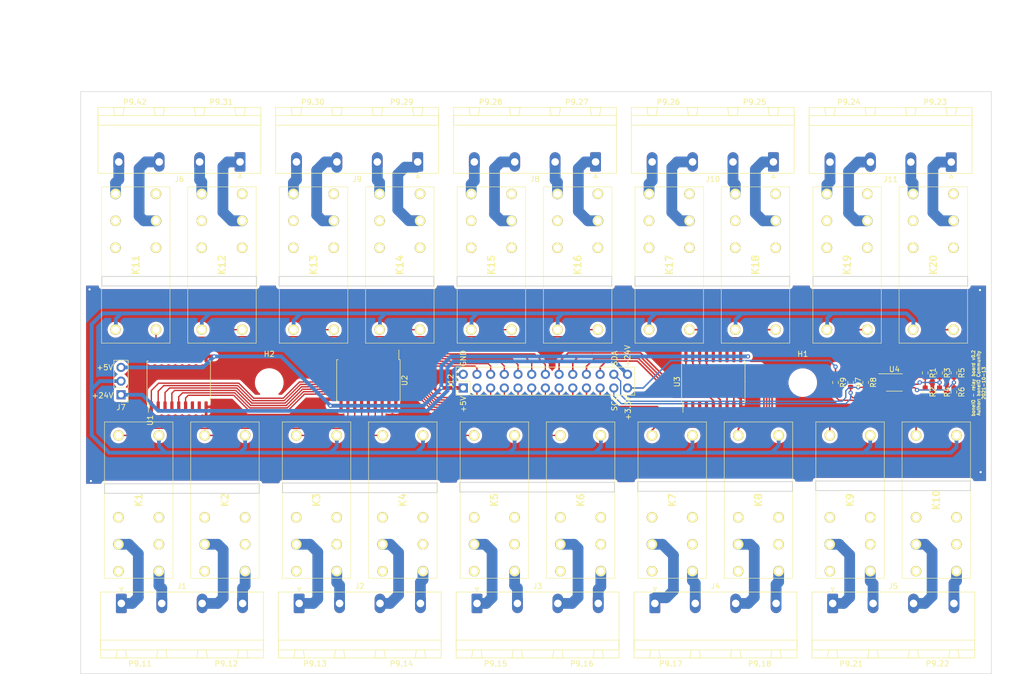
<source format=kicad_pcb>
(kicad_pcb (version 20171130) (host pcbnew "(5.1.10)-1")
  (layers (0 F.Cu signal) (31 B.Cu signal) (34 B.Paste user hide) (35 F.Paste user hide) (36 B.SilkS user) (37 F.SilkS user) (38 B.Mask user) (39 F.Mask user) (44 Edge.Cuts user))
  (net 0 "")
  (net 1 +5V)
  (net 2 "Net-(J1-Pad1)")
  (net 3 "Net-(J1-Pad2)")
  (net 4 "Net-(J2-Pad1)")
  (net 5 "Net-(J2-Pad2)")
  (net 6 "Net-(J3-Pad1)")
  (net 7 "Net-(J3-Pad2)")
  (net 8 "Net-(J4-Pad2)")
  (net 9 "Net-(J4-Pad1)")
  (net 10 "Net-(J5-Pad2)")
  (net 11 "Net-(J5-Pad1)")
  (net 12 "Net-(J8-Pad2)")
  (net 13 "Net-(J8-Pad1)")
  (net 14 "Net-(J9-Pad2)")
  (net 15 "Net-(J9-Pad1)")
  (net 16 "Net-(J10-Pad2)")
  (net 17 "Net-(J10-Pad1)")
  (net 18 "Net-(J11-Pad2)")
  (net 19 "Net-(J11-Pad3)")
  (net 20 "Net-(J11-Pad4)")
  (net 21 GND)
  (net 22 "Net-(K1-Pad12)")
  (net 23 "Net-(K1-Pad21)")
  (net 24 "Net-(K1-Pad22)")
  (net 25 "Net-(K2-Pad22)")
  (net 26 "Net-(K2-Pad21)")
  (net 27 "Net-(K2-Pad12)")
  (net 28 "Net-(K3-Pad22)")
  (net 29 "Net-(K3-Pad21)")
  (net 30 "Net-(K3-Pad12)")
  (net 31 "Net-(K4-Pad12)")
  (net 32 "Net-(K4-Pad21)")
  (net 33 "Net-(K4-Pad22)")
  (net 34 "Net-(K5-Pad22)")
  (net 35 "Net-(K5-Pad21)")
  (net 36 "Net-(K5-Pad12)")
  (net 37 "Net-(K6-Pad22)")
  (net 38 "Net-(K6-Pad21)")
  (net 39 "Net-(K6-Pad12)")
  (net 40 "Net-(K7-Pad12)")
  (net 41 "Net-(K7-Pad21)")
  (net 42 "Net-(K7-Pad22)")
  (net 43 "Net-(K8-Pad12)")
  (net 44 "Net-(K8-Pad21)")
  (net 45 "Net-(K8-Pad22)")
  (net 46 "Net-(K9-Pad22)")
  (net 47 "Net-(K9-Pad21)")
  (net 48 "Net-(K9-Pad12)")
  (net 49 "Net-(K10-Pad12)")
  (net 50 "Net-(K10-Pad21)")
  (net 51 "Net-(K10-Pad22)")
  (net 52 "Net-(K11-Pad22)")
  (net 53 "Net-(K11-Pad21)")
  (net 54 "Net-(K11-Pad12)")
  (net 55 "Net-(K12-Pad22)")
  (net 56 "Net-(K12-Pad21)")
  (net 57 "Net-(K12-Pad12)")
  (net 58 "Net-(K13-Pad12)")
  (net 59 "Net-(K13-Pad21)")
  (net 60 "Net-(K13-Pad22)")
  (net 61 "Net-(K14-Pad22)")
  (net 62 "Net-(K14-Pad21)")
  (net 63 "Net-(K14-Pad12)")
  (net 64 "Net-(K15-Pad12)")
  (net 65 "Net-(K15-Pad21)")
  (net 66 "Net-(K15-Pad22)")
  (net 67 "Net-(K16-Pad22)")
  (net 68 "Net-(K16-Pad21)")
  (net 69 "Net-(K16-Pad12)")
  (net 70 "Net-(K17-Pad12)")
  (net 71 "Net-(K17-Pad21)")
  (net 72 "Net-(K17-Pad22)")
  (net 73 "Net-(K18-Pad22)")
  (net 74 "Net-(K18-Pad21)")
  (net 75 "Net-(K18-Pad12)")
  (net 76 "Net-(K19-Pad12)")
  (net 77 "Net-(K19-Pad21)")
  (net 78 "Net-(K19-Pad22)")
  (net 79 "Net-(K20-Pad12)")
  (net 80 "Net-(K20-Pad21)")
  (net 81 "Net-(K20-Pad22)")
  (net 82 "Net-(J5-Pad3)")
  (net 83 "Net-(J5-Pad4)")
  (net 84 "Net-(J11-Pad1)")
  (net 85 "Net-(J1-Pad3)")
  (net 86 "Net-(J1-Pad4)")
  (net 87 "Net-(J2-Pad4)")
  (net 88 "Net-(J2-Pad3)")
  (net 89 "Net-(J3-Pad3)")
  (net 90 "Net-(J3-Pad4)")
  (net 91 "Net-(K6-Pad14)")
  (net 92 "Net-(J4-Pad4)")
  (net 93 "Net-(J4-Pad3)")
  (net 94 "Net-(J6-Pad3)")
  (net 95 "Net-(J6-Pad4)")
  (net 96 "Net-(J8-Pad3)")
  (net 97 "Net-(J8-Pad4)")
  (net 98 "Net-(J9-Pad4)")
  (net 99 "Net-(J9-Pad3)")
  (net 100 "Net-(J10-Pad3)")
  (net 101 "Net-(J10-Pad4)")
  (net 102 "Net-(K8-Pad14)")
  (net 103 "Net-(K1-Pad14)")
  (net 104 "Net-(K2-Pad14)")
  (net 105 "Net-(K11-Pad14)")
  (net 106 "Net-(K12-Pad14)")
  (net 107 "Net-(K3-Pad14)")
  (net 108 "Net-(K4-Pad14)")
  (net 109 "Net-(K5-Pad14)")
  (net 110 "Net-(K7-Pad14)")
  (net 111 "Net-(K9-Pad14)")
  (net 112 "Net-(K10-Pad14)")
  (net 113 "Net-(K13-Pad14)")
  (net 114 "Net-(K14-Pad14)")
  (net 115 "Net-(K15-Pad14)")
  (net 116 "Net-(K16-Pad14)")
  (net 117 "Net-(K17-Pad14)")
  (net 118 "Net-(K18-Pad14)")
  (net 119 "Net-(K19-Pad14)")
  (net 120 "Net-(K20-Pad14)")
  (net 121 "Net-(J6-Pad1)")
  (net 122 "Net-(J6-Pad2)")
  (net 123 +3V3)
  (net 124 SDA)
  (net 125 SCL)
  (net 126 K20)
  (net 127 K10)
  (net 128 K19)
  (net 129 K9)
  (net 130 K18)
  (net 131 K8)
  (net 132 K17)
  (net 133 K7)
  (net 134 K16)
  (net 135 K6)
  (net 136 K15)
  (net 137 K5)
  (net 138 K14)
  (net 139 K4)
  (net 140 K13)
  (net 141 K3)
  (net 142 K12)
  (net 143 K2)
  (net 144 K11)
  (net 145 K1)
  (net 146 RELAY1)
  (net 147 RELAY2)
  (net 148 RELAY3)
  (net 149 RELAY4)
  (net 150 RELAY11)
  (net 151 RELAY12)
  (net 152 RELAY13)
  (net 153 RELAY14)
  (net 154 RELAY5)
  (net 155 RELAY6)
  (net 156 RELAY7)
  (net 157 RELAY8)
  (net 158 RELAY9)
  (net 159 RELAY10)
  (net 160 RELAY15)
  (net 161 RELAY16)
  (net 162 RELAY17)
  (net 163 RELAY18)
  (net 164 RELAY19)
  (net 165 RELAY20)
  (net 166 "Net-(U1-Pad8)")
  (net 167 "Net-(U1-Pad7)")
  (net 168 "Net-(U2-Pad2)")
  (net 169 "Net-(U2-Pad1)")
  (net 170 "Net-(U1-Pad12)")
  (net 171 "Net-(U1-Pad11)")
  (net 172 "Net-(U2-Pad18)")
  (net 173 "Net-(U2-Pad17)")
  (net 174 VCC)
  (net 175 +24V)
  (net 176 "Net-(R1-Pad2)")
  (net 177 "Net-(R3-Pad2)")
  (net 178 "Net-(R5-Pad2)")
  (net 179 "Net-(R9-Pad2)")
  (module Package_SO:MSOP-8_3x3mm_P0.65mm (layer F.Cu) (at 439.143 314.683)
    (fp_text reference U4 (at 0 -2.45) (layer F.SilkS))
    (fp_text value MCP9808_MSOP)
    (pad 8 smd roundrect (at 2.1125 -0.975) (size 1.625 0.4) (layers F.Cu F.Paste F.Mask) (net 123 +3V3))
    (pad 7 smd roundrect (at 2.1125 -0.325) (size 1.625 0.4) (layers F.Cu F.Paste F.Mask) (net 176 "Net-(R1-Pad2)"))
    (pad 6 smd roundrect (at 2.1125 0.325) (size 1.625 0.4) (layers F.Cu F.Paste F.Mask) (net 177 "Net-(R3-Pad2)"))
    (pad 5 smd roundrect (at 2.1125 0.975) (size 1.625 0.4) (layers F.Cu F.Paste F.Mask) (net 178 "Net-(R5-Pad2)"))
    (pad 4 smd roundrect (at -2.1125 0.975) (size 1.625 0.4) (layers F.Cu F.Paste F.Mask) (net 21 GND))
    (pad 3 smd roundrect (at -2.1125 0.325) (size 1.625 0.4) (layers F.Cu F.Paste F.Mask) (net 179 "Net-(R9-Pad2)"))
    (pad 2 smd roundrect (at -2.1125 -0.325) (size 1.625 0.4) (layers F.Cu F.Paste F.Mask) (net 125 SCL))
    (pad 1 smd roundrect (at -2.1125 -0.975) (size 1.625 0.4) (layers F.Cu F.Paste F.Mask) (net 124 SDA))
  )
  (module Resistor_SMD:R_0603_1608Metric (layer F.Cu) (at 428.221 314.683 270)
    (fp_text reference R9 (at 0 -1.43 90) (layer F.SilkS))
    (fp_text value 4.7k)
    (pad 2 smd roundrect (at 0.825 0 270) (size 0.8 0.95) (layers F.Cu F.Paste F.Mask) (net 179 "Net-(R9-Pad2)"))
    (pad 1 smd roundrect (at -0.825 0 270) (size 0.8 0.95) (layers F.Cu F.Paste F.Mask) (net 123 +3V3))
  )
  (module Resistor_SMD:R_0603_1608Metric (layer F.Cu) (at 433.809 314.683 270)
    (fp_text reference R8 (at 0 -1.43 90) (layer F.SilkS))
    (fp_text value 4.7k)
    (pad 2 smd roundrect (at 0.825 0 270) (size 0.8 0.95) (layers F.Cu F.Paste F.Mask) (net 124 SDA))
    (pad 1 smd roundrect (at -0.825 0 270) (size 0.8 0.95) (layers F.Cu F.Paste F.Mask) (net 123 +3V3))
  )
  (module Resistor_SMD:R_0603_1608Metric (layer F.Cu) (at 431.015 314.683 270)
    (fp_text reference R7 (at 0 -1.43 90) (layer F.SilkS))
    (fp_text value 4.7k)
    (pad 2 smd roundrect (at 0.825 0 270) (size 0.8 0.95) (layers F.Cu F.Paste F.Mask) (net 125 SCL))
    (pad 1 smd roundrect (at -0.825 0 270) (size 0.8 0.95) (layers F.Cu F.Paste F.Mask) (net 123 +3V3))
  )
  (module Resistor_SMD:R_0603_1608Metric (layer F.Cu) (at 450.192 316.461 270)
    (fp_text reference R6 (at 0 -1.43 90) (layer F.SilkS))
    (fp_text value 0k)
    (pad 2 smd roundrect (at 0.825 0 270) (size 0.8 0.95) (layers F.Cu F.Paste F.Mask) (net 21 GND))
    (pad 1 smd roundrect (at -0.825 0 270) (size 0.8 0.95) (layers F.Cu F.Paste F.Mask) (net 178 "Net-(R5-Pad2)"))
  )
  (module Resistor_SMD:R_0603_1608Metric (layer F.Cu) (at 450.192 312.905 270)
    (fp_text reference R5 (at 0 -1.43 90) (layer F.SilkS))
    (fp_text value 0k)
    (pad 2 smd roundrect (at 0.825 0 270) (size 0.8 0.95) (layers F.Cu F.Paste F.Mask) (net 178 "Net-(R5-Pad2)"))
    (pad 1 smd roundrect (at -0.825 0 270) (size 0.8 0.95) (layers F.Cu F.Paste F.Mask) (net 123 +3V3))
  )
  (module Resistor_SMD:R_0603_1608Metric (layer F.Cu) (at 447.525 316.461 270)
    (fp_text reference R4 (at 0 -1.43 90) (layer F.SilkS))
    (fp_text value 0k)
    (pad 2 smd roundrect (at 0.825 0 270) (size 0.8 0.95) (layers F.Cu F.Paste F.Mask) (net 21 GND))
    (pad 1 smd roundrect (at -0.825 0 270) (size 0.8 0.95) (layers F.Cu F.Paste F.Mask) (net 177 "Net-(R3-Pad2)"))
  )
  (module Resistor_SMD:R_0603_1608Metric (layer F.Cu) (at 447.525 312.905 270)
    (fp_text reference R3 (at 0 -1.43 90) (layer F.SilkS))
    (fp_text value 0k)
    (pad 2 smd roundrect (at 0.825 0 270) (size 0.8 0.95) (layers F.Cu F.Paste F.Mask) (net 177 "Net-(R3-Pad2)"))
    (pad 1 smd roundrect (at -0.825 0 270) (size 0.8 0.95) (layers F.Cu F.Paste F.Mask) (net 123 +3V3))
  )
  (module Resistor_SMD:R_0603_1608Metric (layer F.Cu) (at 444.858 316.461 270)
    (fp_text reference R2 (at 0 -1.43 90) (layer F.SilkS))
    (fp_text value 0k)
    (pad 2 smd roundrect (at 0.825 0 270) (size 0.8 0.95) (layers F.Cu F.Paste F.Mask) (net 21 GND))
    (pad 1 smd roundrect (at -0.825 0 270) (size 0.8 0.95) (layers F.Cu F.Paste F.Mask) (net 176 "Net-(R1-Pad2)"))
  )
  (module Resistor_SMD:R_0603_1608Metric (layer F.Cu) (at 444.858 312.905 270)
    (fp_text reference R1 (at 0 -1.43 90) (layer F.SilkS))
    (fp_text value 0k)
    (pad 2 smd roundrect (at 0.825 0 270) (size 0.8 0.95) (layers F.Cu F.Paste F.Mask) (net 176 "Net-(R1-Pad2)"))
    (pad 1 smd roundrect (at -0.825 0 270) (size 0.8 0.95) (layers F.Cu F.Paste F.Mask) (net 123 +3V3))
  )
  (module Connector_PinHeader_2.54mm:PinHeader_1x03_P2.54mm_Vertical (layer F.Cu) (at 295.633 316.969 180)
    (fp_text reference J7 (at 0 -2.33) (layer F.SilkS))
    (fp_text value "POWER RELAY")
    (pad 3 thru_hole oval (at 0 5.08 180) (size 1.7 1.7) (drill 1) (layers *.Cu *.Mask) (net 1 +5V))
    (pad 2 thru_hole oval (at 0 2.54 180) (size 1.7 1.7) (drill 1) (layers *.Cu *.Mask) (net 174 VCC))
    (pad 1 thru_hole rect (at 0 0 180) (size 1.7 1.7) (drill 1) (layers *.Cu *.Mask) (net 175 +24V))
  )
  (module MountingHole:MountingHole_4.3mm_M4 (layer F.Cu) (at 323.14 314.708)
    (fp_text reference H2 (at 0 -5.3) (layer F.SilkS))
    (fp_text value MountingHole)
    (pad 1 np_thru_hole circle (at 0 0) (size 4.3 4.3) (drill 4.3) (layers *.Cu *.Mask))
  )
  (module RM85-2011-35-1005:RM852011351005 (layer F.Cu) (at 295.165 344.708 270)
    (fp_text reference K1 (at -8.2 -3.75 90) (layer F.SilkS) (effects (font (size 1.27 1.27) (thickness 0.254))))
    (fp_text value RM85-2011-35-1005 hide)
    (pad A2 thru_hole circle (at -20.2 -7.5) (size 1.95 1.95) (drill 1.3) (layers *.Cu *.Mask F.SilkS) (net 174 VCC))
    (pad A1 thru_hole circle (at -20.2 0) (size 1.95 1.95) (drill 1.3) (layers *.Cu *.Mask F.SilkS) (net 146 RELAY1))
    (pad 24 thru_hole circle (at 5 -7.5) (size 1.95 1.95) (drill 1.3) (layers *.Cu *.Mask F.SilkS) (net 3 "Net-(J1-Pad2)"))
    (pad 22 thru_hole circle (at -5 -7.5) (size 1.95 1.95) (drill 1.3) (layers *.Cu *.Mask F.SilkS) (net 24 "Net-(K1-Pad22)"))
    (pad 21 thru_hole circle (at 0 -7.5) (size 1.95 1.95) (drill 1.3) (layers *.Cu *.Mask F.SilkS) (net 23 "Net-(K1-Pad21)"))
    (pad 14 thru_hole circle (at 5 0) (size 1.95 1.95) (drill 1.3) (layers *.Cu *.Mask F.SilkS) (net 103 "Net-(K1-Pad14)"))
    (pad 12 thru_hole circle (at -5 0) (size 1.95 1.95) (drill 1.3) (layers *.Cu *.Mask F.SilkS) (net 22 "Net-(K1-Pad12)"))
    (pad 11 thru_hole circle (at 0 0) (size 1.95 1.95) (drill 1.3) (layers *.Cu *.Mask F.SilkS) (net 2 "Net-(J1-Pad1)"))
  )
  (module Connector_PinHeader_2.54mm:PinHeader_2x13_P2.54mm_Vertical (layer F.Cu) (at 359.14 315.708 90)
    (fp_text reference J12 (at 1.27 -2.33 90) (layer F.SilkS))
    (fp_text value Conn_02x13_Odd_Even)
    (pad 26 thru_hole oval (at 2.54 30.48 90) (size 1.7 1.7) (drill 1) (layers *.Cu *.Mask) (net 175 +24V))
    (pad 25 thru_hole oval (at 0 30.48 90) (size 1.7 1.7) (drill 1) (layers *.Cu *.Mask) (net 123 +3V3))
    (pad 24 thru_hole oval (at 2.54 27.94 90) (size 1.7 1.7) (drill 1) (layers *.Cu *.Mask) (net 124 SDA))
    (pad 23 thru_hole oval (at 0 27.94 90) (size 1.7 1.7) (drill 1) (layers *.Cu *.Mask) (net 125 SCL))
    (pad 22 thru_hole oval (at 2.54 25.4 90) (size 1.7 1.7) (drill 1) (layers *.Cu *.Mask) (net 126 K20))
    (pad 21 thru_hole oval (at 0 25.4 90) (size 1.7 1.7) (drill 1) (layers *.Cu *.Mask) (net 127 K10))
    (pad 20 thru_hole oval (at 2.54 22.86 90) (size 1.7 1.7) (drill 1) (layers *.Cu *.Mask) (net 128 K19))
    (pad 19 thru_hole oval (at 0 22.86 90) (size 1.7 1.7) (drill 1) (layers *.Cu *.Mask) (net 129 K9))
    (pad 18 thru_hole oval (at 2.54 20.32 90) (size 1.7 1.7) (drill 1) (layers *.Cu *.Mask) (net 130 K18))
    (pad 17 thru_hole oval (at 0 20.32 90) (size 1.7 1.7) (drill 1) (layers *.Cu *.Mask) (net 131 K8))
    (pad 16 thru_hole oval (at 2.54 17.78 90) (size 1.7 1.7) (drill 1) (layers *.Cu *.Mask) (net 132 K17))
    (pad 15 thru_hole oval (at 0 17.78 90) (size 1.7 1.7) (drill 1) (layers *.Cu *.Mask) (net 133 K7))
    (pad 14 thru_hole oval (at 2.54 15.24 90) (size 1.7 1.7) (drill 1) (layers *.Cu *.Mask) (net 134 K16))
    (pad 13 thru_hole oval (at 0 15.24 90) (size 1.7 1.7) (drill 1) (layers *.Cu *.Mask) (net 135 K6))
    (pad 12 thru_hole oval (at 2.54 12.7 90) (size 1.7 1.7) (drill 1) (layers *.Cu *.Mask) (net 136 K15))
    (pad 11 thru_hole oval (at 0 12.7 90) (size 1.7 1.7) (drill 1) (layers *.Cu *.Mask) (net 137 K5))
    (pad 10 thru_hole oval (at 2.54 10.16 90) (size 1.7 1.7) (drill 1) (layers *.Cu *.Mask) (net 138 K14))
    (pad 9 thru_hole oval (at 0 10.16 90) (size 1.7 1.7) (drill 1) (layers *.Cu *.Mask) (net 139 K4))
    (pad 8 thru_hole oval (at 2.54 7.62 90) (size 1.7 1.7) (drill 1) (layers *.Cu *.Mask) (net 140 K13))
    (pad 7 thru_hole oval (at 0 7.62 90) (size 1.7 1.7) (drill 1) (layers *.Cu *.Mask) (net 141 K3))
    (pad 6 thru_hole oval (at 2.54 5.08 90) (size 1.7 1.7) (drill 1) (layers *.Cu *.Mask) (net 142 K12))
    (pad 5 thru_hole oval (at 0 5.08 90) (size 1.7 1.7) (drill 1) (layers *.Cu *.Mask) (net 143 K2))
    (pad 4 thru_hole oval (at 2.54 2.54 90) (size 1.7 1.7) (drill 1) (layers *.Cu *.Mask) (net 144 K11))
    (pad 3 thru_hole oval (at 0 2.54 90) (size 1.7 1.7) (drill 1) (layers *.Cu *.Mask) (net 145 K1))
    (pad 2 thru_hole oval (at 2.54 0 90) (size 1.7 1.7) (drill 1) (layers *.Cu *.Mask) (net 21 GND))
    (pad 1 thru_hole rect (at 0 0 90) (size 1.7 1.7) (drill 1) (layers *.Cu *.Mask) (net 1 +5V))
  )
  (module RM85-2011-35-1005:RM852011351005 (layer F.Cu) (at 311.165 344.708 270)
    (fp_text reference K2 (at -8.2 -3.75 90) (layer F.SilkS) (effects (font (size 1.27 1.27) (thickness 0.254))))
    (fp_text value RM85-2011-35-1005 hide)
    (pad A2 thru_hole circle (at -20.2 -7.5) (size 1.95 1.95) (drill 1.3) (layers *.Cu *.Mask F.SilkS) (net 174 VCC))
    (pad A1 thru_hole circle (at -20.2 0) (size 1.95 1.95) (drill 1.3) (layers *.Cu *.Mask F.SilkS) (net 147 RELAY2))
    (pad 24 thru_hole circle (at 5 -7.5) (size 1.95 1.95) (drill 1.3) (layers *.Cu *.Mask F.SilkS) (net 86 "Net-(J1-Pad4)"))
    (pad 22 thru_hole circle (at -5 -7.5) (size 1.95 1.95) (drill 1.3) (layers *.Cu *.Mask F.SilkS) (net 25 "Net-(K2-Pad22)"))
    (pad 21 thru_hole circle (at 0 -7.5) (size 1.95 1.95) (drill 1.3) (layers *.Cu *.Mask F.SilkS) (net 26 "Net-(K2-Pad21)"))
    (pad 14 thru_hole circle (at 5 0) (size 1.95 1.95) (drill 1.3) (layers *.Cu *.Mask F.SilkS) (net 104 "Net-(K2-Pad14)"))
    (pad 12 thru_hole circle (at -5 0) (size 1.95 1.95) (drill 1.3) (layers *.Cu *.Mask F.SilkS) (net 27 "Net-(K2-Pad12)"))
    (pad 11 thru_hole circle (at 0 0) (size 1.95 1.95) (drill 1.3) (layers *.Cu *.Mask F.SilkS) (net 85 "Net-(J1-Pad3)"))
  )
  (module RM85-2011-35-1005:RM852011351005 (layer F.Cu) (at 417.115 284.683 90)
    (fp_text reference K18 (at -8.2 -3.75 90) (layer F.SilkS) (effects (font (size 1.27 1.27) (thickness 0.254))))
    (fp_text value RM85-2011-35-1005 hide)
    (pad A2 thru_hole circle (at -20.2 -7.5 180) (size 1.95 1.95) (drill 1.3) (layers *.Cu *.Mask F.SilkS) (net 174 VCC))
    (pad A1 thru_hole circle (at -20.2 0 180) (size 1.95 1.95) (drill 1.3) (layers *.Cu *.Mask F.SilkS) (net 163 RELAY18))
    (pad 24 thru_hole circle (at 5 -7.5 180) (size 1.95 1.95) (drill 1.3) (layers *.Cu *.Mask F.SilkS) (net 16 "Net-(J10-Pad2)"))
    (pad 22 thru_hole circle (at -5 -7.5 180) (size 1.95 1.95) (drill 1.3) (layers *.Cu *.Mask F.SilkS) (net 73 "Net-(K18-Pad22)"))
    (pad 21 thru_hole circle (at 0 -7.5 180) (size 1.95 1.95) (drill 1.3) (layers *.Cu *.Mask F.SilkS) (net 74 "Net-(K18-Pad21)"))
    (pad 14 thru_hole circle (at 5 0 180) (size 1.95 1.95) (drill 1.3) (layers *.Cu *.Mask F.SilkS) (net 118 "Net-(K18-Pad14)"))
    (pad 12 thru_hole circle (at -5 0 180) (size 1.95 1.95) (drill 1.3) (layers *.Cu *.Mask F.SilkS) (net 75 "Net-(K18-Pad12)"))
    (pad 11 thru_hole circle (at 0 0 180) (size 1.95 1.95) (drill 1.3) (layers *.Cu *.Mask F.SilkS) (net 17 "Net-(J10-Pad1)"))
  )
  (module Package_SO:SOIC-18W_7.5x11.6mm_P1.27mm (layer F.Cu) (at 405.54 314.558 90)
    (fp_text reference U3 (at 0 -6.72 90) (layer F.SilkS))
    (fp_text value ULN2803A)
    (pad 18 smd roundrect (at 4.65 -5.08 90) (size 2.05 0.6) (layers F.Cu F.Paste F.Mask) (net 156 RELAY7))
    (pad 17 smd roundrect (at 4.65 -3.81 90) (size 2.05 0.6) (layers F.Cu F.Paste F.Mask) (net 157 RELAY8))
    (pad 16 smd roundrect (at 4.65 -2.54 90) (size 2.05 0.6) (layers F.Cu F.Paste F.Mask) (net 158 RELAY9))
    (pad 15 smd roundrect (at 4.65 -1.27 90) (size 2.05 0.6) (layers F.Cu F.Paste F.Mask) (net 159 RELAY10))
    (pad 14 smd roundrect (at 4.65 0 90) (size 2.05 0.6) (layers F.Cu F.Paste F.Mask) (net 162 RELAY17))
    (pad 13 smd roundrect (at 4.65 1.27 90) (size 2.05 0.6) (layers F.Cu F.Paste F.Mask) (net 163 RELAY18))
    (pad 12 smd roundrect (at 4.65 2.54 90) (size 2.05 0.6) (layers F.Cu F.Paste F.Mask) (net 164 RELAY19))
    (pad 11 smd roundrect (at 4.65 3.81 90) (size 2.05 0.6) (layers F.Cu F.Paste F.Mask) (net 165 RELAY20))
    (pad 10 smd roundrect (at 4.65 5.08 90) (size 2.05 0.6) (layers F.Cu F.Paste F.Mask) (net 1 +5V))
    (pad 9 smd roundrect (at -4.65 5.08 90) (size 2.05 0.6) (layers F.Cu F.Paste F.Mask) (net 21 GND))
    (pad 8 smd roundrect (at -4.65 3.81 90) (size 2.05 0.6) (layers F.Cu F.Paste F.Mask) (net 132 K17))
    (pad 7 smd roundrect (at -4.65 2.54 90) (size 2.05 0.6) (layers F.Cu F.Paste F.Mask) (net 130 K18))
    (pad 6 smd roundrect (at -4.65 1.27 90) (size 2.05 0.6) (layers F.Cu F.Paste F.Mask) (net 128 K19))
    (pad 5 smd roundrect (at -4.65 0 90) (size 2.05 0.6) (layers F.Cu F.Paste F.Mask) (net 126 K20))
    (pad 4 smd roundrect (at -4.65 -1.27 90) (size 2.05 0.6) (layers F.Cu F.Paste F.Mask) (net 133 K7))
    (pad 3 smd roundrect (at -4.65 -2.54 90) (size 2.05 0.6) (layers F.Cu F.Paste F.Mask) (net 131 K8))
    (pad 2 smd roundrect (at -4.65 -3.81 90) (size 2.05 0.6) (layers F.Cu F.Paste F.Mask) (net 129 K9))
    (pad 1 smd roundrect (at -4.65 -5.08 90) (size 2.05 0.6) (layers F.Cu F.Paste F.Mask) (net 127 K10))
  )
  (module Package_SO:SOIC-18W_7.5x11.6mm_P1.27mm (layer F.Cu) (at 341.54 314.308 270)
    (fp_text reference U2 (at 0 -6.72 90) (layer F.SilkS))
    (fp_text value ULN2803A)
    (pad 18 smd roundrect (at 4.65 -5.08 270) (size 2.05 0.6) (layers F.Cu F.Paste F.Mask) (net 172 "Net-(U2-Pad18)"))
    (pad 17 smd roundrect (at 4.65 -3.81 270) (size 2.05 0.6) (layers F.Cu F.Paste F.Mask) (net 173 "Net-(U2-Pad17)"))
    (pad 16 smd roundrect (at 4.65 -2.54 270) (size 2.05 0.6) (layers F.Cu F.Paste F.Mask) (net 155 RELAY6))
    (pad 15 smd roundrect (at 4.65 -1.27 270) (size 2.05 0.6) (layers F.Cu F.Paste F.Mask) (net 154 RELAY5))
    (pad 14 smd roundrect (at 4.65 0 270) (size 2.05 0.6) (layers F.Cu F.Paste F.Mask) (net 149 RELAY4))
    (pad 13 smd roundrect (at 4.65 1.27 270) (size 2.05 0.6) (layers F.Cu F.Paste F.Mask) (net 148 RELAY3))
    (pad 12 smd roundrect (at 4.65 2.54 270) (size 2.05 0.6) (layers F.Cu F.Paste F.Mask) (net 147 RELAY2))
    (pad 11 smd roundrect (at 4.65 3.81 270) (size 2.05 0.6) (layers F.Cu F.Paste F.Mask) (net 146 RELAY1))
    (pad 10 smd roundrect (at 4.65 5.08 270) (size 2.05 0.6) (layers F.Cu F.Paste F.Mask) (net 1 +5V))
    (pad 9 smd roundrect (at -4.65 5.08 270) (size 2.05 0.6) (layers F.Cu F.Paste F.Mask) (net 21 GND))
    (pad 8 smd roundrect (at -4.65 3.81 270) (size 2.05 0.6) (layers F.Cu F.Paste F.Mask) (net 144 K11))
    (pad 7 smd roundrect (at -4.65 2.54 270) (size 2.05 0.6) (layers F.Cu F.Paste F.Mask) (net 142 K12))
    (pad 6 smd roundrect (at -4.65 1.27 270) (size 2.05 0.6) (layers F.Cu F.Paste F.Mask) (net 140 K13))
    (pad 5 smd roundrect (at -4.65 0 270) (size 2.05 0.6) (layers F.Cu F.Paste F.Mask) (net 138 K14))
    (pad 4 smd roundrect (at -4.65 -1.27 270) (size 2.05 0.6) (layers F.Cu F.Paste F.Mask) (net 136 K15))
    (pad 3 smd roundrect (at -4.65 -2.54 270) (size 2.05 0.6) (layers F.Cu F.Paste F.Mask) (net 134 K16))
    (pad 2 smd roundrect (at -4.65 -3.81 270) (size 2.05 0.6) (layers F.Cu F.Paste F.Mask) (net 168 "Net-(U2-Pad2)"))
    (pad 1 smd roundrect (at -4.65 -5.08 270) (size 2.05 0.6) (layers F.Cu F.Paste F.Mask) (net 169 "Net-(U2-Pad1)"))
  )
  (module Package_SO:SOIC-18W_7.5x11.6mm_P1.27mm (layer F.Cu) (at 306.34 314.558 90)
    (fp_text reference U1 (at -7.15 -5.3 90) (layer F.SilkS))
    (fp_text value ULN2803A)
    (pad 18 smd roundrect (at 4.65 -5.08 90) (size 2.05 0.6) (layers F.Cu F.Paste F.Mask) (net 150 RELAY11))
    (pad 17 smd roundrect (at 4.65 -3.81 90) (size 2.05 0.6) (layers F.Cu F.Paste F.Mask) (net 151 RELAY12))
    (pad 16 smd roundrect (at 4.65 -2.54 90) (size 2.05 0.6) (layers F.Cu F.Paste F.Mask) (net 152 RELAY13))
    (pad 15 smd roundrect (at 4.65 -1.27 90) (size 2.05 0.6) (layers F.Cu F.Paste F.Mask) (net 153 RELAY14))
    (pad 14 smd roundrect (at 4.65 0 90) (size 2.05 0.6) (layers F.Cu F.Paste F.Mask) (net 160 RELAY15))
    (pad 13 smd roundrect (at 4.65 1.27 90) (size 2.05 0.6) (layers F.Cu F.Paste F.Mask) (net 161 RELAY16))
    (pad 12 smd roundrect (at 4.65 2.54 90) (size 2.05 0.6) (layers F.Cu F.Paste F.Mask) (net 170 "Net-(U1-Pad12)"))
    (pad 11 smd roundrect (at 4.65 3.81 90) (size 2.05 0.6) (layers F.Cu F.Paste F.Mask) (net 171 "Net-(U1-Pad11)"))
    (pad 10 smd roundrect (at 4.65 5.08 90) (size 2.05 0.6) (layers F.Cu F.Paste F.Mask) (net 1 +5V))
    (pad 9 smd roundrect (at -4.65 5.08 90) (size 2.05 0.6) (layers F.Cu F.Paste F.Mask) (net 21 GND))
    (pad 8 smd roundrect (at -4.65 3.81 90) (size 2.05 0.6) (layers F.Cu F.Paste F.Mask) (net 166 "Net-(U1-Pad8)"))
    (pad 7 smd roundrect (at -4.65 2.54 90) (size 2.05 0.6) (layers F.Cu F.Paste F.Mask) (net 167 "Net-(U1-Pad7)"))
    (pad 6 smd roundrect (at -4.65 1.27 90) (size 2.05 0.6) (layers F.Cu F.Paste F.Mask) (net 135 K6))
    (pad 5 smd roundrect (at -4.65 0 90) (size 2.05 0.6) (layers F.Cu F.Paste F.Mask) (net 137 K5))
    (pad 4 smd roundrect (at -4.65 -1.27 90) (size 2.05 0.6) (layers F.Cu F.Paste F.Mask) (net 139 K4))
    (pad 3 smd roundrect (at -4.65 -2.54 90) (size 2.05 0.6) (layers F.Cu F.Paste F.Mask) (net 141 K3))
    (pad 2 smd roundrect (at -4.65 -3.81 90) (size 2.05 0.6) (layers F.Cu F.Paste F.Mask) (net 143 K2))
    (pad 1 smd roundrect (at -4.65 -5.08 90) (size 2.05 0.6) (layers F.Cu F.Paste F.Mask) (net 145 K1))
  )
  (module RM85-2011-35-1005:RM852011351005 (layer F.Cu) (at 450.115 284.683 90)
    (fp_text reference K20 (at -8.2 -3.75 90) (layer F.SilkS) (effects (font (size 1.27 1.27) (thickness 0.254))))
    (fp_text value RM85-2011-35-1005 hide)
    (pad A2 thru_hole circle (at -20.2 -7.5 180) (size 1.95 1.95) (drill 1.3) (layers *.Cu *.Mask F.SilkS) (net 174 VCC))
    (pad A1 thru_hole circle (at -20.2 0 180) (size 1.95 1.95) (drill 1.3) (layers *.Cu *.Mask F.SilkS) (net 165 RELAY20))
    (pad 24 thru_hole circle (at 5 -7.5 180) (size 1.95 1.95) (drill 1.3) (layers *.Cu *.Mask F.SilkS) (net 18 "Net-(J11-Pad2)"))
    (pad 22 thru_hole circle (at -5 -7.5 180) (size 1.95 1.95) (drill 1.3) (layers *.Cu *.Mask F.SilkS) (net 81 "Net-(K20-Pad22)"))
    (pad 21 thru_hole circle (at 0 -7.5 180) (size 1.95 1.95) (drill 1.3) (layers *.Cu *.Mask F.SilkS) (net 80 "Net-(K20-Pad21)"))
    (pad 14 thru_hole circle (at 5 0 180) (size 1.95 1.95) (drill 1.3) (layers *.Cu *.Mask F.SilkS) (net 120 "Net-(K20-Pad14)"))
    (pad 12 thru_hole circle (at -5 0 180) (size 1.95 1.95) (drill 1.3) (layers *.Cu *.Mask F.SilkS) (net 79 "Net-(K20-Pad12)"))
    (pad 11 thru_hole circle (at 0 0 180) (size 1.95 1.95) (drill 1.3) (layers *.Cu *.Mask F.SilkS) (net 84 "Net-(J11-Pad1)"))
  )
  (module RM85-2011-35-1005:RM852011351005 (layer F.Cu) (at 434.115 284.683 90)
    (fp_text reference K19 (at -8.2 -3.75 90) (layer F.SilkS) (effects (font (size 1.27 1.27) (thickness 0.254))))
    (fp_text value RM85-2011-35-1005 hide)
    (pad A2 thru_hole circle (at -20.2 -7.5 180) (size 1.95 1.95) (drill 1.3) (layers *.Cu *.Mask F.SilkS) (net 174 VCC))
    (pad A1 thru_hole circle (at -20.2 0 180) (size 1.95 1.95) (drill 1.3) (layers *.Cu *.Mask F.SilkS) (net 164 RELAY19))
    (pad 24 thru_hole circle (at 5 -7.5 180) (size 1.95 1.95) (drill 1.3) (layers *.Cu *.Mask F.SilkS) (net 20 "Net-(J11-Pad4)"))
    (pad 22 thru_hole circle (at -5 -7.5 180) (size 1.95 1.95) (drill 1.3) (layers *.Cu *.Mask F.SilkS) (net 78 "Net-(K19-Pad22)"))
    (pad 21 thru_hole circle (at 0 -7.5 180) (size 1.95 1.95) (drill 1.3) (layers *.Cu *.Mask F.SilkS) (net 77 "Net-(K19-Pad21)"))
    (pad 14 thru_hole circle (at 5 0 180) (size 1.95 1.95) (drill 1.3) (layers *.Cu *.Mask F.SilkS) (net 119 "Net-(K19-Pad14)"))
    (pad 12 thru_hole circle (at -5 0 180) (size 1.95 1.95) (drill 1.3) (layers *.Cu *.Mask F.SilkS) (net 76 "Net-(K19-Pad12)"))
    (pad 11 thru_hole circle (at 0 0 180) (size 1.95 1.95) (drill 1.3) (layers *.Cu *.Mask F.SilkS) (net 19 "Net-(J11-Pad3)"))
  )
  (module RM85-2011-35-1005:RM852011351005 (layer F.Cu) (at 401.115 284.683 90)
    (fp_text reference K17 (at -8.2 -3.75 90) (layer F.SilkS) (effects (font (size 1.27 1.27) (thickness 0.254))))
    (fp_text value RM85-2011-35-1005 hide)
    (pad A2 thru_hole circle (at -20.2 -7.5 180) (size 1.95 1.95) (drill 1.3) (layers *.Cu *.Mask F.SilkS) (net 174 VCC))
    (pad A1 thru_hole circle (at -20.2 0 180) (size 1.95 1.95) (drill 1.3) (layers *.Cu *.Mask F.SilkS) (net 162 RELAY17))
    (pad 24 thru_hole circle (at 5 -7.5 180) (size 1.95 1.95) (drill 1.3) (layers *.Cu *.Mask F.SilkS) (net 101 "Net-(J10-Pad4)"))
    (pad 22 thru_hole circle (at -5 -7.5 180) (size 1.95 1.95) (drill 1.3) (layers *.Cu *.Mask F.SilkS) (net 72 "Net-(K17-Pad22)"))
    (pad 21 thru_hole circle (at 0 -7.5 180) (size 1.95 1.95) (drill 1.3) (layers *.Cu *.Mask F.SilkS) (net 71 "Net-(K17-Pad21)"))
    (pad 14 thru_hole circle (at 5 0 180) (size 1.95 1.95) (drill 1.3) (layers *.Cu *.Mask F.SilkS) (net 117 "Net-(K17-Pad14)"))
    (pad 12 thru_hole circle (at -5 0 180) (size 1.95 1.95) (drill 1.3) (layers *.Cu *.Mask F.SilkS) (net 70 "Net-(K17-Pad12)"))
    (pad 11 thru_hole circle (at 0 0 180) (size 1.95 1.95) (drill 1.3) (layers *.Cu *.Mask F.SilkS) (net 100 "Net-(J10-Pad3)"))
  )
  (module RM85-2011-35-1005:RM852011351005 (layer F.Cu) (at 384.115 284.683 90)
    (fp_text reference K16 (at -8.2 -3.75 90) (layer F.SilkS) (effects (font (size 1.27 1.27) (thickness 0.254))))
    (fp_text value RM85-2011-35-1005 hide)
    (pad A2 thru_hole circle (at -20.2 -7.5 180) (size 1.95 1.95) (drill 1.3) (layers *.Cu *.Mask F.SilkS) (net 174 VCC))
    (pad A1 thru_hole circle (at -20.2 0 180) (size 1.95 1.95) (drill 1.3) (layers *.Cu *.Mask F.SilkS) (net 161 RELAY16))
    (pad 24 thru_hole circle (at 5 -7.5 180) (size 1.95 1.95) (drill 1.3) (layers *.Cu *.Mask F.SilkS) (net 12 "Net-(J8-Pad2)"))
    (pad 22 thru_hole circle (at -5 -7.5 180) (size 1.95 1.95) (drill 1.3) (layers *.Cu *.Mask F.SilkS) (net 67 "Net-(K16-Pad22)"))
    (pad 21 thru_hole circle (at 0 -7.5 180) (size 1.95 1.95) (drill 1.3) (layers *.Cu *.Mask F.SilkS) (net 68 "Net-(K16-Pad21)"))
    (pad 14 thru_hole circle (at 5 0 180) (size 1.95 1.95) (drill 1.3) (layers *.Cu *.Mask F.SilkS) (net 116 "Net-(K16-Pad14)"))
    (pad 12 thru_hole circle (at -5 0 180) (size 1.95 1.95) (drill 1.3) (layers *.Cu *.Mask F.SilkS) (net 69 "Net-(K16-Pad12)"))
    (pad 11 thru_hole circle (at 0 0 180) (size 1.95 1.95) (drill 1.3) (layers *.Cu *.Mask F.SilkS) (net 13 "Net-(J8-Pad1)"))
  )
  (module RM85-2011-35-1005:RM852011351005 (layer F.Cu) (at 368.115 284.683 90)
    (fp_text reference K15 (at -8.2 -3.75 90) (layer F.SilkS) (effects (font (size 1.27 1.27) (thickness 0.254))))
    (fp_text value RM85-2011-35-1005 hide)
    (pad A2 thru_hole circle (at -20.2 -7.5 180) (size 1.95 1.95) (drill 1.3) (layers *.Cu *.Mask F.SilkS) (net 174 VCC))
    (pad A1 thru_hole circle (at -20.2 0 180) (size 1.95 1.95) (drill 1.3) (layers *.Cu *.Mask F.SilkS) (net 160 RELAY15))
    (pad 24 thru_hole circle (at 5 -7.5 180) (size 1.95 1.95) (drill 1.3) (layers *.Cu *.Mask F.SilkS) (net 97 "Net-(J8-Pad4)"))
    (pad 22 thru_hole circle (at -5 -7.5 180) (size 1.95 1.95) (drill 1.3) (layers *.Cu *.Mask F.SilkS) (net 66 "Net-(K15-Pad22)"))
    (pad 21 thru_hole circle (at 0 -7.5 180) (size 1.95 1.95) (drill 1.3) (layers *.Cu *.Mask F.SilkS) (net 65 "Net-(K15-Pad21)"))
    (pad 14 thru_hole circle (at 5 0 180) (size 1.95 1.95) (drill 1.3) (layers *.Cu *.Mask F.SilkS) (net 115 "Net-(K15-Pad14)"))
    (pad 12 thru_hole circle (at -5 0 180) (size 1.95 1.95) (drill 1.3) (layers *.Cu *.Mask F.SilkS) (net 64 "Net-(K15-Pad12)"))
    (pad 11 thru_hole circle (at 0 0 180) (size 1.95 1.95) (drill 1.3) (layers *.Cu *.Mask F.SilkS) (net 96 "Net-(J8-Pad3)"))
  )
  (module RM85-2011-35-1005:RM852011351005 (layer F.Cu) (at 351.115 284.683 90)
    (fp_text reference K14 (at -8.2 -3.75 90) (layer F.SilkS) (effects (font (size 1.27 1.27) (thickness 0.254))))
    (fp_text value RM85-2011-35-1005 hide)
    (pad A2 thru_hole circle (at -20.2 -7.5 180) (size 1.95 1.95) (drill 1.3) (layers *.Cu *.Mask F.SilkS) (net 174 VCC))
    (pad A1 thru_hole circle (at -20.2 0 180) (size 1.95 1.95) (drill 1.3) (layers *.Cu *.Mask F.SilkS) (net 153 RELAY14))
    (pad 24 thru_hole circle (at 5 -7.5 180) (size 1.95 1.95) (drill 1.3) (layers *.Cu *.Mask F.SilkS) (net 14 "Net-(J9-Pad2)"))
    (pad 22 thru_hole circle (at -5 -7.5 180) (size 1.95 1.95) (drill 1.3) (layers *.Cu *.Mask F.SilkS) (net 61 "Net-(K14-Pad22)"))
    (pad 21 thru_hole circle (at 0 -7.5 180) (size 1.95 1.95) (drill 1.3) (layers *.Cu *.Mask F.SilkS) (net 62 "Net-(K14-Pad21)"))
    (pad 14 thru_hole circle (at 5 0 180) (size 1.95 1.95) (drill 1.3) (layers *.Cu *.Mask F.SilkS) (net 114 "Net-(K14-Pad14)"))
    (pad 12 thru_hole circle (at -5 0 180) (size 1.95 1.95) (drill 1.3) (layers *.Cu *.Mask F.SilkS) (net 63 "Net-(K14-Pad12)"))
    (pad 11 thru_hole circle (at 0 0 180) (size 1.95 1.95) (drill 1.3) (layers *.Cu *.Mask F.SilkS) (net 15 "Net-(J9-Pad1)"))
  )
  (module RM85-2011-35-1005:RM852011351005 (layer F.Cu) (at 335.115 284.683 90)
    (fp_text reference K13 (at -8.2 -3.75 90) (layer F.SilkS) (effects (font (size 1.27 1.27) (thickness 0.254))))
    (fp_text value RM85-2011-35-1005 hide)
    (pad A2 thru_hole circle (at -20.2 -7.5 180) (size 1.95 1.95) (drill 1.3) (layers *.Cu *.Mask F.SilkS) (net 174 VCC))
    (pad A1 thru_hole circle (at -20.2 0 180) (size 1.95 1.95) (drill 1.3) (layers *.Cu *.Mask F.SilkS) (net 152 RELAY13))
    (pad 24 thru_hole circle (at 5 -7.5 180) (size 1.95 1.95) (drill 1.3) (layers *.Cu *.Mask F.SilkS) (net 98 "Net-(J9-Pad4)"))
    (pad 22 thru_hole circle (at -5 -7.5 180) (size 1.95 1.95) (drill 1.3) (layers *.Cu *.Mask F.SilkS) (net 60 "Net-(K13-Pad22)"))
    (pad 21 thru_hole circle (at 0 -7.5 180) (size 1.95 1.95) (drill 1.3) (layers *.Cu *.Mask F.SilkS) (net 59 "Net-(K13-Pad21)"))
    (pad 14 thru_hole circle (at 5 0 180) (size 1.95 1.95) (drill 1.3) (layers *.Cu *.Mask F.SilkS) (net 113 "Net-(K13-Pad14)"))
    (pad 12 thru_hole circle (at -5 0 180) (size 1.95 1.95) (drill 1.3) (layers *.Cu *.Mask F.SilkS) (net 58 "Net-(K13-Pad12)"))
    (pad 11 thru_hole circle (at 0 0 180) (size 1.95 1.95) (drill 1.3) (layers *.Cu *.Mask F.SilkS) (net 99 "Net-(J9-Pad3)"))
  )
  (module RM85-2011-35-1005:RM852011351005 (layer F.Cu) (at 318.115 284.683 90)
    (fp_text reference K12 (at -8.2 -3.75 90) (layer F.SilkS) (effects (font (size 1.27 1.27) (thickness 0.254))))
    (fp_text value RM85-2011-35-1005 hide)
    (pad A2 thru_hole circle (at -20.2 -7.5 180) (size 1.95 1.95) (drill 1.3) (layers *.Cu *.Mask F.SilkS) (net 174 VCC))
    (pad A1 thru_hole circle (at -20.2 0 180) (size 1.95 1.95) (drill 1.3) (layers *.Cu *.Mask F.SilkS) (net 151 RELAY12))
    (pad 24 thru_hole circle (at 5 -7.5 180) (size 1.95 1.95) (drill 1.3) (layers *.Cu *.Mask F.SilkS) (net 122 "Net-(J6-Pad2)"))
    (pad 22 thru_hole circle (at -5 -7.5 180) (size 1.95 1.95) (drill 1.3) (layers *.Cu *.Mask F.SilkS) (net 55 "Net-(K12-Pad22)"))
    (pad 21 thru_hole circle (at 0 -7.5 180) (size 1.95 1.95) (drill 1.3) (layers *.Cu *.Mask F.SilkS) (net 56 "Net-(K12-Pad21)"))
    (pad 14 thru_hole circle (at 5 0 180) (size 1.95 1.95) (drill 1.3) (layers *.Cu *.Mask F.SilkS) (net 106 "Net-(K12-Pad14)"))
    (pad 12 thru_hole circle (at -5 0 180) (size 1.95 1.95) (drill 1.3) (layers *.Cu *.Mask F.SilkS) (net 57 "Net-(K12-Pad12)"))
    (pad 11 thru_hole circle (at 0 0 180) (size 1.95 1.95) (drill 1.3) (layers *.Cu *.Mask F.SilkS) (net 121 "Net-(J6-Pad1)"))
  )
  (module RM85-2011-35-1005:RM852011351005 (layer F.Cu) (at 302.115 284.683 90)
    (fp_text reference K11 (at -8.2 -3.75 90) (layer F.SilkS) (effects (font (size 1.27 1.27) (thickness 0.254))))
    (fp_text value RM85-2011-35-1005 hide)
    (pad A2 thru_hole circle (at -20.2 -7.5 180) (size 1.95 1.95) (drill 1.3) (layers *.Cu *.Mask F.SilkS) (net 174 VCC))
    (pad A1 thru_hole circle (at -20.2 0 180) (size 1.95 1.95) (drill 1.3) (layers *.Cu *.Mask F.SilkS) (net 150 RELAY11))
    (pad 24 thru_hole circle (at 5 -7.5 180) (size 1.95 1.95) (drill 1.3) (layers *.Cu *.Mask F.SilkS) (net 95 "Net-(J6-Pad4)"))
    (pad 22 thru_hole circle (at -5 -7.5 180) (size 1.95 1.95) (drill 1.3) (layers *.Cu *.Mask F.SilkS) (net 52 "Net-(K11-Pad22)"))
    (pad 21 thru_hole circle (at 0 -7.5 180) (size 1.95 1.95) (drill 1.3) (layers *.Cu *.Mask F.SilkS) (net 53 "Net-(K11-Pad21)"))
    (pad 14 thru_hole circle (at 5 0 180) (size 1.95 1.95) (drill 1.3) (layers *.Cu *.Mask F.SilkS) (net 105 "Net-(K11-Pad14)"))
    (pad 12 thru_hole circle (at -5 0 180) (size 1.95 1.95) (drill 1.3) (layers *.Cu *.Mask F.SilkS) (net 54 "Net-(K11-Pad12)"))
    (pad 11 thru_hole circle (at 0 0 180) (size 1.95 1.95) (drill 1.3) (layers *.Cu *.Mask F.SilkS) (net 94 "Net-(J6-Pad3)"))
  )
  (module RM85-2011-35-1005:RM852011351005 (layer F.Cu) (at 443.165 344.708 270)
    (fp_text reference K10 (at -8.2 -3.75 90) (layer F.SilkS) (effects (font (size 1.27 1.27) (thickness 0.254))))
    (fp_text value RM85-2011-35-1005 hide)
    (pad A2 thru_hole circle (at -20.2 -7.5) (size 1.95 1.95) (drill 1.3) (layers *.Cu *.Mask F.SilkS) (net 174 VCC))
    (pad A1 thru_hole circle (at -20.2 0) (size 1.95 1.95) (drill 1.3) (layers *.Cu *.Mask F.SilkS) (net 159 RELAY10))
    (pad 24 thru_hole circle (at 5 -7.5) (size 1.95 1.95) (drill 1.3) (layers *.Cu *.Mask F.SilkS) (net 83 "Net-(J5-Pad4)"))
    (pad 22 thru_hole circle (at -5 -7.5) (size 1.95 1.95) (drill 1.3) (layers *.Cu *.Mask F.SilkS) (net 51 "Net-(K10-Pad22)"))
    (pad 21 thru_hole circle (at 0 -7.5) (size 1.95 1.95) (drill 1.3) (layers *.Cu *.Mask F.SilkS) (net 50 "Net-(K10-Pad21)"))
    (pad 14 thru_hole circle (at 5 0) (size 1.95 1.95) (drill 1.3) (layers *.Cu *.Mask F.SilkS) (net 112 "Net-(K10-Pad14)"))
    (pad 12 thru_hole circle (at -5 0) (size 1.95 1.95) (drill 1.3) (layers *.Cu *.Mask F.SilkS) (net 49 "Net-(K10-Pad12)"))
    (pad 11 thru_hole circle (at 0 0) (size 1.95 1.95) (drill 1.3) (layers *.Cu *.Mask F.SilkS) (net 82 "Net-(J5-Pad3)"))
  )
  (module RM85-2011-35-1005:RM852011351005 (layer F.Cu) (at 427.165 344.708 270)
    (fp_text reference K9 (at -8.2 -3.75 90) (layer F.SilkS) (effects (font (size 1.27 1.27) (thickness 0.254))))
    (fp_text value RM85-2011-35-1005 hide)
    (pad A2 thru_hole circle (at -20.2 -7.5) (size 1.95 1.95) (drill 1.3) (layers *.Cu *.Mask F.SilkS) (net 174 VCC))
    (pad A1 thru_hole circle (at -20.2 0) (size 1.95 1.95) (drill 1.3) (layers *.Cu *.Mask F.SilkS) (net 158 RELAY9))
    (pad 24 thru_hole circle (at 5 -7.5) (size 1.95 1.95) (drill 1.3) (layers *.Cu *.Mask F.SilkS) (net 10 "Net-(J5-Pad2)"))
    (pad 22 thru_hole circle (at -5 -7.5) (size 1.95 1.95) (drill 1.3) (layers *.Cu *.Mask F.SilkS) (net 46 "Net-(K9-Pad22)"))
    (pad 21 thru_hole circle (at 0 -7.5) (size 1.95 1.95) (drill 1.3) (layers *.Cu *.Mask F.SilkS) (net 47 "Net-(K9-Pad21)"))
    (pad 14 thru_hole circle (at 5 0) (size 1.95 1.95) (drill 1.3) (layers *.Cu *.Mask F.SilkS) (net 111 "Net-(K9-Pad14)"))
    (pad 12 thru_hole circle (at -5 0) (size 1.95 1.95) (drill 1.3) (layers *.Cu *.Mask F.SilkS) (net 48 "Net-(K9-Pad12)"))
    (pad 11 thru_hole circle (at 0 0) (size 1.95 1.95) (drill 1.3) (layers *.Cu *.Mask F.SilkS) (net 11 "Net-(J5-Pad1)"))
  )
  (module RM85-2011-35-1005:RM852011351005 (layer F.Cu) (at 410.165 344.708 270)
    (fp_text reference K8 (at -8.2 -3.75 90) (layer F.SilkS) (effects (font (size 1.27 1.27) (thickness 0.254))))
    (fp_text value RM85-2011-35-1005 hide)
    (pad A2 thru_hole circle (at -20.2 -7.5) (size 1.95 1.95) (drill 1.3) (layers *.Cu *.Mask F.SilkS) (net 174 VCC))
    (pad A1 thru_hole circle (at -20.2 0) (size 1.95 1.95) (drill 1.3) (layers *.Cu *.Mask F.SilkS) (net 157 RELAY8))
    (pad 24 thru_hole circle (at 5 -7.5) (size 1.95 1.95) (drill 1.3) (layers *.Cu *.Mask F.SilkS) (net 92 "Net-(J4-Pad4)"))
    (pad 22 thru_hole circle (at -5 -7.5) (size 1.95 1.95) (drill 1.3) (layers *.Cu *.Mask F.SilkS) (net 45 "Net-(K8-Pad22)"))
    (pad 21 thru_hole circle (at 0 -7.5) (size 1.95 1.95) (drill 1.3) (layers *.Cu *.Mask F.SilkS) (net 44 "Net-(K8-Pad21)"))
    (pad 14 thru_hole circle (at 5 0) (size 1.95 1.95) (drill 1.3) (layers *.Cu *.Mask F.SilkS) (net 102 "Net-(K8-Pad14)"))
    (pad 12 thru_hole circle (at -5 0) (size 1.95 1.95) (drill 1.3) (layers *.Cu *.Mask F.SilkS) (net 43 "Net-(K8-Pad12)"))
    (pad 11 thru_hole circle (at 0 0) (size 1.95 1.95) (drill 1.3) (layers *.Cu *.Mask F.SilkS) (net 93 "Net-(J4-Pad3)"))
  )
  (module RM85-2011-35-1005:RM852011351005 (layer F.Cu) (at 394.165 344.708 270)
    (fp_text reference K7 (at -8.2 -3.75 90) (layer F.SilkS) (effects (font (size 1.27 1.27) (thickness 0.254))))
    (fp_text value RM85-2011-35-1005 hide)
    (pad A2 thru_hole circle (at -20.2 -7.5) (size 1.95 1.95) (drill 1.3) (layers *.Cu *.Mask F.SilkS) (net 174 VCC))
    (pad A1 thru_hole circle (at -20.2 0) (size 1.95 1.95) (drill 1.3) (layers *.Cu *.Mask F.SilkS) (net 156 RELAY7))
    (pad 24 thru_hole circle (at 5 -7.5) (size 1.95 1.95) (drill 1.3) (layers *.Cu *.Mask F.SilkS) (net 8 "Net-(J4-Pad2)"))
    (pad 22 thru_hole circle (at -5 -7.5) (size 1.95 1.95) (drill 1.3) (layers *.Cu *.Mask F.SilkS) (net 42 "Net-(K7-Pad22)"))
    (pad 21 thru_hole circle (at 0 -7.5) (size 1.95 1.95) (drill 1.3) (layers *.Cu *.Mask F.SilkS) (net 41 "Net-(K7-Pad21)"))
    (pad 14 thru_hole circle (at 5 0) (size 1.95 1.95) (drill 1.3) (layers *.Cu *.Mask F.SilkS) (net 110 "Net-(K7-Pad14)"))
    (pad 12 thru_hole circle (at -5 0) (size 1.95 1.95) (drill 1.3) (layers *.Cu *.Mask F.SilkS) (net 40 "Net-(K7-Pad12)"))
    (pad 11 thru_hole circle (at 0 0) (size 1.95 1.95) (drill 1.3) (layers *.Cu *.Mask F.SilkS) (net 9 "Net-(J4-Pad1)"))
  )
  (module RM85-2011-35-1005:RM852011351005 (layer F.Cu) (at 377.165 344.708 270)
    (fp_text reference K6 (at -8.2 -3.75 90) (layer F.SilkS) (effects (font (size 1.27 1.27) (thickness 0.254))))
    (fp_text value RM85-2011-35-1005 hide)
    (pad A2 thru_hole circle (at -20.2 -7.5) (size 1.95 1.95) (drill 1.3) (layers *.Cu *.Mask F.SilkS) (net 174 VCC))
    (pad A1 thru_hole circle (at -20.2 0) (size 1.95 1.95) (drill 1.3) (layers *.Cu *.Mask F.SilkS) (net 155 RELAY6))
    (pad 24 thru_hole circle (at 5 -7.5) (size 1.95 1.95) (drill 1.3) (layers *.Cu *.Mask F.SilkS) (net 90 "Net-(J3-Pad4)"))
    (pad 22 thru_hole circle (at -5 -7.5) (size 1.95 1.95) (drill 1.3) (layers *.Cu *.Mask F.SilkS) (net 37 "Net-(K6-Pad22)"))
    (pad 21 thru_hole circle (at 0 -7.5) (size 1.95 1.95) (drill 1.3) (layers *.Cu *.Mask F.SilkS) (net 38 "Net-(K6-Pad21)"))
    (pad 14 thru_hole circle (at 5 0) (size 1.95 1.95) (drill 1.3) (layers *.Cu *.Mask F.SilkS) (net 91 "Net-(K6-Pad14)"))
    (pad 12 thru_hole circle (at -5 0) (size 1.95 1.95) (drill 1.3) (layers *.Cu *.Mask F.SilkS) (net 39 "Net-(K6-Pad12)"))
    (pad 11 thru_hole circle (at 0 0) (size 1.95 1.95) (drill 1.3) (layers *.Cu *.Mask F.SilkS) (net 89 "Net-(J3-Pad3)"))
  )
  (module RM85-2011-35-1005:RM852011351005 (layer F.Cu) (at 361.165 344.708 270)
    (fp_text reference K5 (at -8.2 -3.75 90) (layer F.SilkS) (effects (font (size 1.27 1.27) (thickness 0.254))))
    (fp_text value RM85-2011-35-1005 hide)
    (pad A2 thru_hole circle (at -20.2 -7.5) (size 1.95 1.95) (drill 1.3) (layers *.Cu *.Mask F.SilkS) (net 174 VCC))
    (pad A1 thru_hole circle (at -20.2 0) (size 1.95 1.95) (drill 1.3) (layers *.Cu *.Mask F.SilkS) (net 154 RELAY5))
    (pad 24 thru_hole circle (at 5 -7.5) (size 1.95 1.95) (drill 1.3) (layers *.Cu *.Mask F.SilkS) (net 7 "Net-(J3-Pad2)"))
    (pad 22 thru_hole circle (at -5 -7.5) (size 1.95 1.95) (drill 1.3) (layers *.Cu *.Mask F.SilkS) (net 34 "Net-(K5-Pad22)"))
    (pad 21 thru_hole circle (at 0 -7.5) (size 1.95 1.95) (drill 1.3) (layers *.Cu *.Mask F.SilkS) (net 35 "Net-(K5-Pad21)"))
    (pad 14 thru_hole circle (at 5 0) (size 1.95 1.95) (drill 1.3) (layers *.Cu *.Mask F.SilkS) (net 109 "Net-(K5-Pad14)"))
    (pad 12 thru_hole circle (at -5 0) (size 1.95 1.95) (drill 1.3) (layers *.Cu *.Mask F.SilkS) (net 36 "Net-(K5-Pad12)"))
    (pad 11 thru_hole circle (at 0 0) (size 1.95 1.95) (drill 1.3) (layers *.Cu *.Mask F.SilkS) (net 6 "Net-(J3-Pad1)"))
  )
  (module RM85-2011-35-1005:RM852011351005 (layer F.Cu) (at 344.165 344.708 270)
    (fp_text reference K4 (at -8.2 -3.75 90) (layer F.SilkS) (effects (font (size 1.27 1.27) (thickness 0.254))))
    (fp_text value RM85-2011-35-1005 hide)
    (pad A2 thru_hole circle (at -20.2 -7.5) (size 1.95 1.95) (drill 1.3) (layers *.Cu *.Mask F.SilkS) (net 174 VCC))
    (pad A1 thru_hole circle (at -20.2 0) (size 1.95 1.95) (drill 1.3) (layers *.Cu *.Mask F.SilkS) (net 149 RELAY4))
    (pad 24 thru_hole circle (at 5 -7.5) (size 1.95 1.95) (drill 1.3) (layers *.Cu *.Mask F.SilkS) (net 87 "Net-(J2-Pad4)"))
    (pad 22 thru_hole circle (at -5 -7.5) (size 1.95 1.95) (drill 1.3) (layers *.Cu *.Mask F.SilkS) (net 33 "Net-(K4-Pad22)"))
    (pad 21 thru_hole circle (at 0 -7.5) (size 1.95 1.95) (drill 1.3) (layers *.Cu *.Mask F.SilkS) (net 32 "Net-(K4-Pad21)"))
    (pad 14 thru_hole circle (at 5 0) (size 1.95 1.95) (drill 1.3) (layers *.Cu *.Mask F.SilkS) (net 108 "Net-(K4-Pad14)"))
    (pad 12 thru_hole circle (at -5 0) (size 1.95 1.95) (drill 1.3) (layers *.Cu *.Mask F.SilkS) (net 31 "Net-(K4-Pad12)"))
    (pad 11 thru_hole circle (at 0 0) (size 1.95 1.95) (drill 1.3) (layers *.Cu *.Mask F.SilkS) (net 88 "Net-(J2-Pad3)"))
  )
  (module RM85-2011-35-1005:RM852011351005 (layer F.Cu) (at 328.165 344.708 270)
    (fp_text reference K3 (at -8.2 -3.75 90) (layer F.SilkS) (effects (font (size 1.27 1.27) (thickness 0.254))))
    (fp_text value RM85-2011-35-1005 hide)
    (pad A2 thru_hole circle (at -20.2 -7.5) (size 1.95 1.95) (drill 1.3) (layers *.Cu *.Mask F.SilkS) (net 174 VCC))
    (pad A1 thru_hole circle (at -20.2 0) (size 1.95 1.95) (drill 1.3) (layers *.Cu *.Mask F.SilkS) (net 148 RELAY3))
    (pad 24 thru_hole circle (at 5 -7.5) (size 1.95 1.95) (drill 1.3) (layers *.Cu *.Mask F.SilkS) (net 5 "Net-(J2-Pad2)"))
    (pad 22 thru_hole circle (at -5 -7.5) (size 1.95 1.95) (drill 1.3) (layers *.Cu *.Mask F.SilkS) (net 28 "Net-(K3-Pad22)"))
    (pad 21 thru_hole circle (at 0 -7.5) (size 1.95 1.95) (drill 1.3) (layers *.Cu *.Mask F.SilkS) (net 29 "Net-(K3-Pad21)"))
    (pad 14 thru_hole circle (at 5 0) (size 1.95 1.95) (drill 1.3) (layers *.Cu *.Mask F.SilkS) (net 107 "Net-(K3-Pad14)"))
    (pad 12 thru_hole circle (at -5 0) (size 1.95 1.95) (drill 1.3) (layers *.Cu *.Mask F.SilkS) (net 30 "Net-(K3-Pad12)"))
    (pad 11 thru_hole circle (at 0 0) (size 1.95 1.95) (drill 1.3) (layers *.Cu *.Mask F.SilkS) (net 4 "Net-(J2-Pad1)"))
  )
  (module Connector_Phoenix_GMSTB:PhoenixContact_GMSTBA_2,5_4-G_1x04_P7.50mm_Horizontal (layer F.Cu) (at 295.69 355.683)
    (fp_text reference J1 (at 11.25 -3.2) (layer F.SilkS))
    (fp_text value Screw_Terminal_01x04)
    (pad 4 thru_hole oval (at 22.5 0) (size 2 3.6) (drill 1.4) (layers *.Cu *.Mask) (net 86 "Net-(J1-Pad4)"))
    (pad 3 thru_hole oval (at 15 0) (size 2 3.6) (drill 1.4) (layers *.Cu *.Mask) (net 85 "Net-(J1-Pad3)"))
    (pad 2 thru_hole oval (at 7.5 0) (size 2 3.6) (drill 1.4) (layers *.Cu *.Mask) (net 3 "Net-(J1-Pad2)"))
    (pad 1 thru_hole roundrect (at 0 0) (size 2 3.6) (drill 1.4) (layers *.Cu *.Mask) (roundrect_rratio 0.125) (net 2 "Net-(J1-Pad1)"))
  )
  (module Connector_Phoenix_GMSTB:PhoenixContact_GMSTBA_2,5_4-G_1x04_P7.50mm_Horizontal (layer F.Cu) (at 449.69 273.783 180)
    (fp_text reference J11 (at 11.25 -3.2) (layer F.SilkS))
    (fp_text value Screw_Terminal_01x04)
    (pad 4 thru_hole oval (at 22.5 0 180) (size 2 3.6) (drill 1.4) (layers *.Cu *.Mask) (net 20 "Net-(J11-Pad4)"))
    (pad 3 thru_hole oval (at 15 0 180) (size 2 3.6) (drill 1.4) (layers *.Cu *.Mask) (net 19 "Net-(J11-Pad3)"))
    (pad 2 thru_hole oval (at 7.5 0 180) (size 2 3.6) (drill 1.4) (layers *.Cu *.Mask) (net 18 "Net-(J11-Pad2)"))
    (pad 1 thru_hole roundrect (at 0 0 180) (size 2 3.6) (drill 1.4) (layers *.Cu *.Mask) (roundrect_rratio 0.125) (net 84 "Net-(J11-Pad1)"))
  )
  (module Connector_Phoenix_GMSTB:PhoenixContact_GMSTBA_2,5_4-G_1x04_P7.50mm_Horizontal (layer F.Cu) (at 416.69 273.758 180)
    (fp_text reference J10 (at 11.25 -3.2) (layer F.SilkS))
    (fp_text value Screw_Terminal_01x04)
    (pad 4 thru_hole oval (at 22.5 0 180) (size 2 3.6) (drill 1.4) (layers *.Cu *.Mask) (net 101 "Net-(J10-Pad4)"))
    (pad 3 thru_hole oval (at 15 0 180) (size 2 3.6) (drill 1.4) (layers *.Cu *.Mask) (net 100 "Net-(J10-Pad3)"))
    (pad 2 thru_hole oval (at 7.5 0 180) (size 2 3.6) (drill 1.4) (layers *.Cu *.Mask) (net 16 "Net-(J10-Pad2)"))
    (pad 1 thru_hole roundrect (at 0 0 180) (size 2 3.6) (drill 1.4) (layers *.Cu *.Mask) (roundrect_rratio 0.125) (net 17 "Net-(J10-Pad1)"))
  )
  (module Connector_Phoenix_GMSTB:PhoenixContact_GMSTBA_2,5_4-G_1x04_P7.50mm_Horizontal (layer F.Cu) (at 350.69 273.758 180)
    (fp_text reference J9 (at 11.25 -3.2) (layer F.SilkS))
    (fp_text value Screw_Terminal_01x04)
    (pad 4 thru_hole oval (at 22.5 0 180) (size 2 3.6) (drill 1.4) (layers *.Cu *.Mask) (net 98 "Net-(J9-Pad4)"))
    (pad 3 thru_hole oval (at 15 0 180) (size 2 3.6) (drill 1.4) (layers *.Cu *.Mask) (net 99 "Net-(J9-Pad3)"))
    (pad 2 thru_hole oval (at 7.5 0 180) (size 2 3.6) (drill 1.4) (layers *.Cu *.Mask) (net 14 "Net-(J9-Pad2)"))
    (pad 1 thru_hole roundrect (at 0 0 180) (size 2 3.6) (drill 1.4) (layers *.Cu *.Mask) (roundrect_rratio 0.125) (net 15 "Net-(J9-Pad1)"))
  )
  (module Connector_Phoenix_GMSTB:PhoenixContact_GMSTBA_2,5_4-G_1x04_P7.50mm_Horizontal (layer F.Cu) (at 383.69 273.758 180)
    (fp_text reference J8 (at 11.25 -3.2) (layer F.SilkS))
    (fp_text value Screw_Terminal_01x04)
    (pad 4 thru_hole oval (at 22.5 0 180) (size 2 3.6) (drill 1.4) (layers *.Cu *.Mask) (net 97 "Net-(J8-Pad4)"))
    (pad 3 thru_hole oval (at 15 0 180) (size 2 3.6) (drill 1.4) (layers *.Cu *.Mask) (net 96 "Net-(J8-Pad3)"))
    (pad 2 thru_hole oval (at 7.5 0 180) (size 2 3.6) (drill 1.4) (layers *.Cu *.Mask) (net 12 "Net-(J8-Pad2)"))
    (pad 1 thru_hole roundrect (at 0 0 180) (size 2 3.6) (drill 1.4) (layers *.Cu *.Mask) (roundrect_rratio 0.125) (net 13 "Net-(J8-Pad1)"))
  )
  (module Connector_Phoenix_GMSTB:PhoenixContact_GMSTBA_2,5_4-G_1x04_P7.50mm_Horizontal (layer F.Cu) (at 317.715 273.758 180)
    (fp_text reference J6 (at 11.25 -3.2) (layer F.SilkS))
    (fp_text value Screw_Terminal_01x04)
    (pad 4 thru_hole oval (at 22.5 0 180) (size 2 3.6) (drill 1.4) (layers *.Cu *.Mask) (net 95 "Net-(J6-Pad4)"))
    (pad 3 thru_hole oval (at 15 0 180) (size 2 3.6) (drill 1.4) (layers *.Cu *.Mask) (net 94 "Net-(J6-Pad3)"))
    (pad 2 thru_hole oval (at 7.5 0 180) (size 2 3.6) (drill 1.4) (layers *.Cu *.Mask) (net 122 "Net-(J6-Pad2)"))
    (pad 1 thru_hole roundrect (at 0 0 180) (size 2 3.6) (drill 1.4) (layers *.Cu *.Mask) (roundrect_rratio 0.125) (net 121 "Net-(J6-Pad1)"))
  )
  (module Connector_Phoenix_GMSTB:PhoenixContact_GMSTBA_2,5_4-G_1x04_P7.50mm_Horizontal (layer F.Cu) (at 427.69 355.683)
    (fp_text reference J5 (at 11.25 -3.2) (layer F.SilkS))
    (fp_text value Screw_Terminal_01x04)
    (pad 4 thru_hole oval (at 22.5 0) (size 2 3.6) (drill 1.4) (layers *.Cu *.Mask) (net 83 "Net-(J5-Pad4)"))
    (pad 3 thru_hole oval (at 15 0) (size 2 3.6) (drill 1.4) (layers *.Cu *.Mask) (net 82 "Net-(J5-Pad3)"))
    (pad 2 thru_hole oval (at 7.5 0) (size 2 3.6) (drill 1.4) (layers *.Cu *.Mask) (net 10 "Net-(J5-Pad2)"))
    (pad 1 thru_hole roundrect (at 0 0) (size 2 3.6) (drill 1.4) (layers *.Cu *.Mask) (roundrect_rratio 0.125) (net 11 "Net-(J5-Pad1)"))
  )
  (module Connector_Phoenix_GMSTB:PhoenixContact_GMSTBA_2,5_4-G_1x04_P7.50mm_Horizontal (layer F.Cu) (at 394.69 355.683)
    (fp_text reference J4 (at 11.25 -3.2) (layer F.SilkS))
    (fp_text value Screw_Terminal_01x04)
    (pad 4 thru_hole oval (at 22.5 0) (size 2 3.6) (drill 1.4) (layers *.Cu *.Mask) (net 92 "Net-(J4-Pad4)"))
    (pad 3 thru_hole oval (at 15 0) (size 2 3.6) (drill 1.4) (layers *.Cu *.Mask) (net 93 "Net-(J4-Pad3)"))
    (pad 2 thru_hole oval (at 7.5 0) (size 2 3.6) (drill 1.4) (layers *.Cu *.Mask) (net 8 "Net-(J4-Pad2)"))
    (pad 1 thru_hole roundrect (at 0 0) (size 2 3.6) (drill 1.4) (layers *.Cu *.Mask) (roundrect_rratio 0.125) (net 9 "Net-(J4-Pad1)"))
  )
  (module Connector_Phoenix_GMSTB:PhoenixContact_GMSTBA_2,5_4-G_1x04_P7.50mm_Horizontal (layer F.Cu) (at 361.69 355.683)
    (fp_text reference J3 (at 11.25 -3.2) (layer F.SilkS))
    (fp_text value Screw_Terminal_01x04)
    (pad 4 thru_hole oval (at 22.5 0) (size 2 3.6) (drill 1.4) (layers *.Cu *.Mask) (net 90 "Net-(J3-Pad4)"))
    (pad 3 thru_hole oval (at 15 0) (size 2 3.6) (drill 1.4) (layers *.Cu *.Mask) (net 89 "Net-(J3-Pad3)"))
    (pad 2 thru_hole oval (at 7.5 0) (size 2 3.6) (drill 1.4) (layers *.Cu *.Mask) (net 7 "Net-(J3-Pad2)"))
    (pad 1 thru_hole roundrect (at 0 0) (size 2 3.6) (drill 1.4) (layers *.Cu *.Mask) (roundrect_rratio 0.125) (net 6 "Net-(J3-Pad1)"))
  )
  (module Connector_Phoenix_GMSTB:PhoenixContact_GMSTBA_2,5_4-G_1x04_P7.50mm_Horizontal (layer F.Cu) (at 328.69 355.683)
    (fp_text reference J2 (at 11.25 -3.2) (layer F.SilkS))
    (fp_text value Screw_Terminal_01x04)
    (pad 4 thru_hole oval (at 22.5 0) (size 2 3.6) (drill 1.4) (layers *.Cu *.Mask) (net 87 "Net-(J2-Pad4)"))
    (pad 3 thru_hole oval (at 15 0) (size 2 3.6) (drill 1.4) (layers *.Cu *.Mask) (net 88 "Net-(J2-Pad3)"))
    (pad 2 thru_hole oval (at 7.5 0) (size 2 3.6) (drill 1.4) (layers *.Cu *.Mask) (net 5 "Net-(J2-Pad2)"))
    (pad 1 thru_hole roundrect (at 0 0) (size 2 3.6) (drill 1.4) (layers *.Cu *.Mask) (roundrect_rratio 0.125) (net 4 "Net-(J2-Pad1)"))
  )
  (module MountingHole:MountingHole_4.3mm_M4 (layer F.Cu) (at 422.14 314.708)
    (fp_text reference H1 (at 0 -5.3) (layer F.SilkS))
    (fp_text value MountingHole)
    (pad 1 np_thru_hole circle (at 0 0) (size 4.3 4.3) (drill 4.3) (layers *.Cu *.Mask))
  )
  (gr_text +24V (at 292.204 317.096) (layer F.SilkS) (effects (font (size 1 1))))
  (gr_text +5V (at 292.624 311.896) (layer F.SilkS) (effects (font (size 1 1))))
  (gr_line (start 424.03 294.998) (end 452.732 294.998) (layer Edge.Cuts) (width 0.15))
  (gr_line (start 452.732 294.998) (end 452.732 296.776) (layer Edge.Cuts) (width 0.15))
  (gr_line (start 424.03 296.776) (end 424.03 294.998) (layer Edge.Cuts) (width 0.15))
  (gr_line (start 452.732 296.776) (end 424.03 296.776) (layer Edge.Cuts) (width 0.15))
  (gr_line (start 391.01 294.998) (end 419.712 294.998) (layer Edge.Cuts) (width 0.15))
  (gr_line (start 419.712 294.998) (end 419.712 296.776) (layer Edge.Cuts) (width 0.15))
  (gr_line (start 391.01 296.776) (end 391.01 294.998) (layer Edge.Cuts) (width 0.15))
  (gr_line (start 419.712 296.776) (end 391.01 296.776) (layer Edge.Cuts) (width 0.15))
  (gr_line (start 357.99 294.998) (end 386.692 294.998) (layer Edge.Cuts) (width 0.15))
  (gr_line (start 386.692 294.998) (end 386.692 296.776) (layer Edge.Cuts) (width 0.15))
  (gr_line (start 357.99 296.776) (end 357.99 294.998) (layer Edge.Cuts) (width 0.15))
  (gr_line (start 386.692 296.776) (end 357.99 296.776) (layer Edge.Cuts) (width 0.15))
  (gr_line (start 324.97 294.998) (end 353.672 294.998) (layer Edge.Cuts) (width 0.15))
  (gr_line (start 353.672 294.998) (end 353.672 296.776) (layer Edge.Cuts) (width 0.15))
  (gr_line (start 324.97 296.776) (end 324.97 294.998) (layer Edge.Cuts) (width 0.15))
  (gr_line (start 353.672 296.776) (end 324.97 296.776) (layer Edge.Cuts) (width 0.15))
  (gr_line (start 292.077 294.998) (end 320.779 294.998) (layer Edge.Cuts) (width 0.15))
  (gr_line (start 320.779 294.998) (end 320.779 296.776) (layer Edge.Cuts) (width 0.15))
  (gr_line (start 292.077 296.776) (end 292.077 294.998) (layer Edge.Cuts) (width 0.15))
  (gr_line (start 320.779 296.776) (end 292.077 296.776) (layer Edge.Cuts) (width 0.15))
  (gr_line (start 424.538 332.971) (end 453.24 332.971) (layer Edge.Cuts) (width 0.15))
  (gr_line (start 453.24 332.971) (end 453.24 334.749) (layer Edge.Cuts) (width 0.15))
  (gr_line (start 424.538 334.749) (end 424.538 332.971) (layer Edge.Cuts) (width 0.15))
  (gr_line (start 453.24 334.749) (end 424.538 334.749) (layer Edge.Cuts) (width 0.15))
  (gr_line (start 391.518 333.098) (end 420.22 333.098) (layer Edge.Cuts) (width 0.15))
  (gr_line (start 420.22 333.098) (end 420.22 334.876) (layer Edge.Cuts) (width 0.15))
  (gr_line (start 391.518 334.876) (end 391.518 333.098) (layer Edge.Cuts) (width 0.15))
  (gr_line (start 420.22 334.876) (end 391.518 334.876) (layer Edge.Cuts) (width 0.15))
  (gr_line (start 358.498 333.225) (end 387.2 333.225) (layer Edge.Cuts) (width 0.15))
  (gr_line (start 387.2 333.225) (end 387.2 335.003) (layer Edge.Cuts) (width 0.15))
  (gr_line (start 358.498 335.003) (end 358.498 333.225) (layer Edge.Cuts) (width 0.15))
  (gr_line (start 387.2 335.003) (end 358.498 335.003) (layer Edge.Cuts) (width 0.15))
  (gr_line (start 325.605 333.352) (end 354.307 333.352) (layer Edge.Cuts) (width 0.15))
  (gr_line (start 354.307 333.352) (end 354.307 335.13) (layer Edge.Cuts) (width 0.15))
  (gr_line (start 325.605 335.13) (end 325.605 333.352) (layer Edge.Cuts) (width 0.15))
  (gr_line (start 354.307 335.13) (end 325.605 335.13) (layer Edge.Cuts) (width 0.15))
  (gr_line (start 292.585 335.257) (end 292.585 333.479) (layer Edge.Cuts) (width 0.15))
  (gr_line (start 321.287 335.257) (end 292.585 335.257) (layer Edge.Cuts) (width 0.15))
  (gr_line (start 321.287 333.479) (end 321.287 335.257) (layer Edge.Cuts) (width 0.15))
  (gr_line (start 292.585 333.479) (end 321.287 333.479) (layer Edge.Cuts) (width 0.15))
  (gr_text SDA (at 387.215 310.208 90) (layer F.SilkS) (effects (font (size 1 1))))
  (gr_text +24V (at 389.613 309.73 90) (layer F.SilkS) (effects (font (size 1 1))))
  (gr_text SCL (at 387.19 318.608 90) (layer F.SilkS) (effects (font (size 1 1))))
  (gr_text +3.3V (at 389.715 319.458 90) (layer F.SilkS) (effects (font (size 1 1))))
  (gr_text P9.11 (at 299.165 366.868) (layer F.SilkS) (effects (font (size 1 1))))
  (gr_text P9.12 (at 315.165 366.868) (layer F.SilkS) (effects (font (size 1 1))))
  (gr_text P9.13 (at 331.64 366.868) (layer F.SilkS) (effects (font (size 1 1))))
  (gr_text P9.14 (at 347.69 366.868) (layer F.SilkS) (effects (font (size 1 1))))
  (gr_text P9.15 (at 365.14 366.868) (layer F.SilkS) (effects (font (size 1 1))))
  (gr_text P9.16 (at 381.14 366.868) (layer F.SilkS) (effects (font (size 1 1))))
  (gr_text P9.17 (at 397.64 366.868) (layer F.SilkS) (effects (font (size 1 1))))
  (gr_text P9.18 (at 414.14 366.893) (layer F.SilkS) (effects (font (size 1 1))))
  (gr_text P9.21 (at 431.115 366.893) (layer F.SilkS) (effects (font (size 1 1))))
  (gr_text P9.22 (at 447.14 366.843) (layer F.SilkS) (effects (font (size 1 1))))
  (gr_text P9.23 (at 446.715 262.648) (layer F.SilkS) (effects (font (size 1 1))))
  (gr_text P9.24 (at 430.715 262.648) (layer F.SilkS) (effects (font (size 1 1))))
  (gr_text P9.25 (at 413.215 262.648) (layer F.SilkS) (effects (font (size 1 1))))
  (gr_text P9.26 (at 397.215 262.648) (layer F.SilkS) (effects (font (size 1 1))))
  (gr_text P9.27 (at 380.215 262.648) (layer F.SilkS) (effects (font (size 1 1))))
  (gr_text P9.28 (at 364.215 262.648) (layer F.SilkS) (effects (font (size 1 1))))
  (gr_text P9.29 (at 347.715 262.648) (layer F.SilkS) (effects (font (size 1 1))))
  (gr_text P9.30 (at 331.215 262.648) (layer F.SilkS) (effects (font (size 1 1))))
  (gr_text P9.31 (at 314.215 262.648) (layer F.SilkS) (effects (font (size 1 1))))
  (gr_text P9.42 (at 298.215 262.648) (layer F.SilkS) (effects (font (size 1 1))))
  (gr_text +5V (at 359.14 318.708 90) (layer F.SilkS) (effects (font (size 1 1))))
  (gr_text GND (at 359.14 310.208 90) (layer F.SilkS) (effects (font (size 1 1))))
  (gr_text "boneIO - relay board v0.2\nAuthor: boneIO Community\n2021-10-13" (at 454.764 314.81 90) (layer F.SilkS) (effects (font (size 0.6 0.6) (thickness 0.14))))
  (gr_line (start 288.14 368.708) (end 457.14 368.708) (layer Edge.Cuts) (width 0.1))
  (gr_line (start 457.14 368.708) (end 457.14 260.708) (layer Edge.Cuts) (width 0.1))
  (gr_line (start 288.14 260.708) (end 288.14 368.708) (layer Edge.Cuts) (width 0.1))
  (gr_line (start 288.14 260.708) (end 457.14 260.708) (layer Edge.Cuts) (width 0.1))
  (via (at 312.905 309.857) (size 0.8) (drill 0.4) (layers F.Cu B.Cu) (net 1))
  (segment (start 310.873 311.889) (end 312.905 309.857) (width 0.7) (layer B.Cu) (net 1))
  (segment (start 295.633 311.889) (end 310.873 311.889) (width 0.7) (layer B.Cu) (net 1))
  (segment (start 311.471 309.857) (end 311.42 309.908) (width 0.7) (layer F.Cu) (net 1))
  (segment (start 312.905 309.857) (end 311.471 309.857) (width 0.7) (layer F.Cu) (net 1))
  (via (at 334.495 319.001) (size 0.8) (drill 0.4) (layers F.Cu B.Cu) (net 1))
  (segment (start 325.351 309.857) (end 334.495 319.001) (width 0.7) (layer B.Cu) (net 1))
  (segment (start 336.417 319.001) (end 336.46 318.958) (width 0.7) (layer F.Cu) (net 1))
  (segment (start 334.495 319.001) (end 336.417 319.001) (width 0.7) (layer F.Cu) (net 1))
  (segment (start 334.495 319.001) (end 349.1 319.001) (width 0.7) (layer B.Cu) (net 1))
  (via (at 411.965 309.857) (size 0.8) (drill 0.4) (layers F.Cu B.Cu) (net 1))
  (segment (start 410.671 309.857) (end 410.62 309.908) (width 0.7) (layer F.Cu) (net 1))
  (segment (start 411.965 309.857) (end 410.671 309.857) (width 0.7) (layer F.Cu) (net 1))
  (via (at 355.069 315.699) (size 0.8) (drill 0.4) (layers F.Cu B.Cu) (net 1))
  (segment (start 351.767 319.001) (end 355.069 315.699) (width 0.7) (layer B.Cu) (net 1))
  (segment (start 349.1 319.001) (end 351.767 319.001) (width 0.7) (layer B.Cu) (net 1))
  (segment (start 359.131 315.699) (end 359.14 315.708) (width 0.7) (layer F.Cu) (net 1))
  (segment (start 355.069 315.699) (end 359.131 315.699) (width 0.7) (layer F.Cu) (net 1))
  (segment (start 355.069 315.699) (end 355.069 311.635) (width 0.7) (layer B.Cu) (net 1))
  (segment (start 356.847 309.857) (end 358.879 309.857) (width 0.7) (layer B.Cu) (net 1))
  (segment (start 355.069 311.635) (end 356.847 309.857) (width 0.7) (layer B.Cu) (net 1))
  (segment (start 358.879 309.857) (end 411.965 309.857) (width 0.7) (layer B.Cu) (net 1))
  (segment (start 358.371 309.857) (end 358.879 309.857) (width 0.7) (layer B.Cu) (net 1))
  (segment (start 312.905 309.857) (end 325.351 309.857) (width 0.7) (layer B.Cu) (net 1))
  (segment (start 295.165 344.708) (end 297.09 344.708) (width 2) (layer B.Cu) (net 2))
  (segment (start 297.09 344.708) (end 298.84 346.458) (width 2) (layer B.Cu) (net 2))
  (segment (start 298.84 346.458) (end 298.84 354.558) (width 2) (layer B.Cu) (net 2))
  (segment (start 297.715 355.683) (end 295.69 355.683) (width 2) (layer B.Cu) (net 2))
  (segment (start 298.84 354.558) (end 297.715 355.683) (width 2) (layer B.Cu) (net 2))
  (segment (start 303.19 355.683) (end 303.19 352.908) (width 2) (layer B.Cu) (net 3))
  (segment (start 302.665 352.383) (end 302.665 349.708) (width 2) (layer B.Cu) (net 3))
  (segment (start 303.19 352.908) (end 302.665 352.383) (width 2) (layer B.Cu) (net 3))
  (segment (start 328.165 344.708) (end 330.69 344.708) (width 2) (layer B.Cu) (net 4))
  (segment (start 330.69 344.708) (end 332.14 346.158) (width 2) (layer B.Cu) (net 4))
  (segment (start 332.14 346.158) (end 332.14 354.858) (width 2) (layer B.Cu) (net 4))
  (segment (start 331.315 355.683) (end 328.69 355.683) (width 2) (layer B.Cu) (net 4))
  (segment (start 332.14 354.858) (end 331.315 355.683) (width 2) (layer B.Cu) (net 4))
  (segment (start 335.665 349.708) (end 335.665 351.783) (width 2) (layer B.Cu) (net 5))
  (segment (start 336.19 352.308) (end 336.19 355.683) (width 2) (layer B.Cu) (net 5))
  (segment (start 335.665 351.783) (end 336.19 352.308) (width 2) (layer B.Cu) (net 5))
  (segment (start 361.165 344.708) (end 363.19 344.708) (width 2) (layer B.Cu) (net 6))
  (segment (start 363.19 344.708) (end 364.49 346.008) (width 2) (layer B.Cu) (net 6))
  (segment (start 364.49 346.008) (end 364.49 354.608) (width 2) (layer B.Cu) (net 6))
  (segment (start 363.415 355.683) (end 361.69 355.683) (width 2) (layer B.Cu) (net 6))
  (segment (start 364.49 354.608) (end 363.415 355.683) (width 2) (layer B.Cu) (net 6))
  (segment (start 368.665 349.708) (end 368.665 352.333) (width 2) (layer B.Cu) (net 7))
  (segment (start 369.19 352.858) (end 369.19 355.683) (width 2) (layer B.Cu) (net 7))
  (segment (start 368.665 352.333) (end 369.19 352.858) (width 2) (layer B.Cu) (net 7))
  (segment (start 401.665 349.708) (end 401.665 351.433) (width 2) (layer B.Cu) (net 8))
  (segment (start 402.19 351.958) (end 402.19 354.633) (width 2) (layer B.Cu) (net 8))
  (segment (start 401.665 351.433) (end 402.19 351.958) (width 2) (layer B.Cu) (net 8))
  (segment (start 398.14 353.308) (end 396.815 354.633) (width 2) (layer B.Cu) (net 9))
  (segment (start 396.815 354.633) (end 394.69 354.633) (width 2) (layer B.Cu) (net 9))
  (segment (start 398.14 346.758) (end 398.14 353.308) (width 2) (layer B.Cu) (net 9))
  (segment (start 394.165 344.708) (end 396.09 344.708) (width 2) (layer B.Cu) (net 9))
  (segment (start 396.09 344.708) (end 398.14 346.758) (width 2) (layer B.Cu) (net 9))
  (segment (start 434.665 349.708) (end 434.665 351.533) (width 2) (layer B.Cu) (net 10))
  (segment (start 435.19 352.058) (end 435.19 355.683) (width 2) (layer B.Cu) (net 10))
  (segment (start 434.665 351.533) (end 435.19 352.058) (width 2) (layer B.Cu) (net 10))
  (segment (start 427.165 344.708) (end 428.89 344.708) (width 2) (layer B.Cu) (net 11))
  (segment (start 428.89 344.708) (end 430.84 346.658) (width 2) (layer B.Cu) (net 11))
  (segment (start 430.84 346.658) (end 430.84 354.558) (width 2) (layer B.Cu) (net 11))
  (segment (start 429.715 355.683) (end 427.69 355.683) (width 2) (layer B.Cu) (net 11))
  (segment (start 430.84 354.558) (end 429.715 355.683) (width 2) (layer B.Cu) (net 11))
  (segment (start 376.615 279.683) (end 376.615 277.533) (width 2) (layer B.Cu) (net 12))
  (segment (start 376.19 277.108) (end 376.19 273.758) (width 2) (layer B.Cu) (net 12))
  (segment (start 376.615 277.533) (end 376.19 277.108) (width 2) (layer B.Cu) (net 12))
  (segment (start 384.115 284.683) (end 382.265 284.683) (width 2) (layer B.Cu) (net 13))
  (segment (start 382.265 284.683) (end 380.49 282.908) (width 2) (layer B.Cu) (net 13))
  (segment (start 380.49 282.908) (end 380.49 274.958) (width 2) (layer B.Cu) (net 13))
  (segment (start 381.69 273.758) (end 383.69 273.758) (width 2) (layer B.Cu) (net 13))
  (segment (start 380.49 274.958) (end 381.69 273.758) (width 2) (layer B.Cu) (net 13))
  (segment (start 343.19 274.758) (end 343.19 277.15) (width 2) (layer B.Cu) (net 14))
  (segment (start 343.615 277.575) (end 343.615 279.683) (width 2) (layer B.Cu) (net 14))
  (segment (start 343.19 277.15) (end 343.615 277.575) (width 2) (layer B.Cu) (net 14))
  (segment (start 350.965 284.658) (end 349.04 284.658) (width 2) (layer B.Cu) (net 15))
  (segment (start 346.99 282.608) (end 346.99 276.058) (width 2) (layer B.Cu) (net 15))
  (segment (start 348.315 274.733) (end 350.44 274.733) (width 2) (layer B.Cu) (net 15))
  (segment (start 346.99 276.058) (end 348.315 274.733) (width 2) (layer B.Cu) (net 15))
  (segment (start 349.04 284.658) (end 346.99 282.608) (width 2) (layer B.Cu) (net 15))
  (segment (start 409.615 279.683) (end 409.615 277.933) (width 2) (layer B.Cu) (net 16))
  (segment (start 409.19 277.508) (end 409.19 273.758) (width 2) (layer B.Cu) (net 16))
  (segment (start 409.615 277.933) (end 409.19 277.508) (width 2) (layer B.Cu) (net 16))
  (segment (start 414.74 273.758) (end 416.69 273.758) (width 2) (layer B.Cu) (net 17))
  (segment (start 413.34 275.158) (end 414.74 273.758) (width 2) (layer B.Cu) (net 17))
  (segment (start 413.34 283.258) (end 413.34 275.158) (width 2) (layer B.Cu) (net 17))
  (segment (start 414.765 284.683) (end 413.34 283.258) (width 2) (layer B.Cu) (net 17))
  (segment (start 417.115 284.683) (end 414.765 284.683) (width 2) (layer B.Cu) (net 17))
  (segment (start 442.615 279.683) (end 442.615 277.733) (width 2) (layer B.Cu) (net 18))
  (segment (start 442.19 277.308) (end 442.19 273.783) (width 2) (layer B.Cu) (net 18))
  (segment (start 442.615 277.733) (end 442.19 277.308) (width 2) (layer B.Cu) (net 18))
  (segment (start 434.115 284.683) (end 432.065 284.683) (width 2) (layer B.Cu) (net 19))
  (segment (start 432.065 284.683) (end 430.64 283.258) (width 2) (layer B.Cu) (net 19))
  (segment (start 430.64 283.258) (end 430.64 275.508) (width 2) (layer B.Cu) (net 19))
  (segment (start 432.365 273.783) (end 434.69 273.783) (width 2) (layer B.Cu) (net 19))
  (segment (start 430.64 275.508) (end 432.365 273.783) (width 2) (layer B.Cu) (net 19))
  (segment (start 426.615 279.683) (end 426.615 277.983) (width 2) (layer B.Cu) (net 20))
  (segment (start 427.19 277.408) (end 427.19 273.783) (width 2) (layer B.Cu) (net 20))
  (segment (start 426.615 277.983) (end 427.19 277.408) (width 2) (layer B.Cu) (net 20))
  (via (at 455.145 331.32) (size 0.8) (drill 0.4) (layers F.Cu B.Cu) (net 21))
  (via (at 455.018 297.538) (size 0.8) (drill 0.4) (layers F.Cu B.Cu) (net 21))
  (via (at 289.791 297.411) (size 0.8) (drill 0.4) (layers F.Cu B.Cu) (net 21))
  (via (at 290.045 332.971) (size 0.8) (drill 0.4) (layers F.Cu B.Cu) (net 21))
  (segment (start 438.721 315.658) (end 437.0305 315.658) (width 0.25) (layer F.Cu) (net 21))
  (segment (start 440.349 317.286) (end 438.721 315.658) (width 0.25) (layer F.Cu) (net 21))
  (segment (start 444.858 317.286) (end 440.349 317.286) (width 0.25) (layer F.Cu) (net 21))
  (segment (start 444.858 317.286) (end 450.192 317.286) (width 0.25) (layer F.Cu) (net 21))
  (segment (start 443.165 344.708) (end 444.84 344.708) (width 2) (layer B.Cu) (net 82))
  (segment (start 446.140001 346.008001) (end 446.140001 354.357999) (width 2) (layer B.Cu) (net 82))
  (segment (start 444.84 344.708) (end 446.140001 346.008001) (width 2) (layer B.Cu) (net 82))
  (segment (start 444.815 355.683) (end 442.69 355.683) (width 2) (layer B.Cu) (net 82))
  (segment (start 446.140001 354.357999) (end 444.815 355.683) (width 2) (layer B.Cu) (net 82))
  (segment (start 450.665 349.708) (end 450.665 351.483) (width 2) (layer B.Cu) (net 83))
  (segment (start 450.19 351.958) (end 450.19 355.683) (width 2) (layer B.Cu) (net 83))
  (segment (start 450.665 351.483) (end 450.19 351.958) (width 2) (layer B.Cu) (net 83))
  (segment (start 450.115 284.683) (end 447.815 284.683) (width 2) (layer B.Cu) (net 84))
  (segment (start 447.815 284.683) (end 446.29 283.158) (width 2) (layer B.Cu) (net 84))
  (segment (start 446.29 283.158) (end 446.29 274.758) (width 2) (layer B.Cu) (net 84))
  (segment (start 447.265 273.783) (end 449.69 273.783) (width 2) (layer B.Cu) (net 84))
  (segment (start 446.29 274.758) (end 447.265 273.783) (width 2) (layer B.Cu) (net 84))
  (segment (start 311.165 344.708) (end 313.59 344.708) (width 2) (layer B.Cu) (net 85))
  (segment (start 313.59 344.708) (end 314.59 345.708) (width 2) (layer B.Cu) (net 85))
  (segment (start 314.59 345.708) (end 314.59 354.658) (width 2) (layer B.Cu) (net 85))
  (segment (start 313.565 355.683) (end 310.69 355.683) (width 2) (layer B.Cu) (net 85))
  (segment (start 313.565 355.683) (end 314.59 354.658) (width 2) (layer B.Cu) (net 85))
  (segment (start 318.665 349.708) (end 318.665 352.383) (width 2) (layer B.Cu) (net 86))
  (segment (start 318.19 352.858) (end 318.19 355.683) (width 2) (layer B.Cu) (net 86))
  (segment (start 318.665 352.383) (end 318.19 352.858) (width 2) (layer B.Cu) (net 86))
  (segment (start 351.665 349.708) (end 351.665 351.283) (width 2) (layer B.Cu) (net 87))
  (segment (start 351.19 351.758) (end 351.19 355.683) (width 2) (layer B.Cu) (net 87))
  (segment (start 351.665 351.283) (end 351.19 351.758) (width 2) (layer B.Cu) (net 87))
  (segment (start 344.165 344.708) (end 345.59 344.708) (width 2) (layer B.Cu) (net 88))
  (segment (start 347.140001 346.258001) (end 347.140001 354.107999) (width 2) (layer B.Cu) (net 88))
  (segment (start 345.59 344.708) (end 347.140001 346.258001) (width 2) (layer B.Cu) (net 88))
  (segment (start 345.565 355.683) (end 343.69 355.683) (width 2) (layer B.Cu) (net 88))
  (segment (start 347.140001 354.107999) (end 345.565 355.683) (width 2) (layer B.Cu) (net 88))
  (segment (start 377.165 344.708) (end 379.69 344.708) (width 2) (layer B.Cu) (net 89))
  (segment (start 379.69 344.708) (end 380.44 345.458) (width 2) (layer B.Cu) (net 89))
  (segment (start 380.44 345.458) (end 380.44 354.558) (width 2) (layer B.Cu) (net 89))
  (segment (start 379.315 355.683) (end 376.69 355.683) (width 2) (layer B.Cu) (net 89))
  (segment (start 380.44 354.558) (end 379.315 355.683) (width 2) (layer B.Cu) (net 89))
  (segment (start 384.19001 354.63299) (end 384.19 354.633) (width 2) (layer B.Cu) (net 90))
  (segment (start 384.665 349.708) (end 384.665 352.583) (width 2) (layer B.Cu) (net 90))
  (segment (start 384.19 353.058) (end 384.19 355.683) (width 2) (layer B.Cu) (net 90))
  (segment (start 384.665 352.583) (end 384.19 353.058) (width 2) (layer B.Cu) (net 90))
  (segment (start 417.665 349.708) (end 417.665 351.683) (width 2) (layer B.Cu) (net 92))
  (segment (start 417.19 352.158) (end 417.19 355.683) (width 2) (layer B.Cu) (net 92))
  (segment (start 417.665 351.683) (end 417.19 352.158) (width 2) (layer B.Cu) (net 92))
  (segment (start 410.165 344.708) (end 412.39 344.708) (width 2) (layer B.Cu) (net 93))
  (segment (start 413.140001 345.458001) (end 413.140001 354.557999) (width 2) (layer B.Cu) (net 93))
  (segment (start 412.39 344.708) (end 413.140001 345.458001) (width 2) (layer B.Cu) (net 93))
  (segment (start 412.015 355.683) (end 409.69 355.683) (width 2) (layer B.Cu) (net 93))
  (segment (start 413.140001 354.557999) (end 412.015 355.683) (width 2) (layer B.Cu) (net 93))
  (segment (start 302.115 284.683) (end 299.865 284.683) (width 2) (layer B.Cu) (net 94))
  (segment (start 299.865 284.683) (end 298.99 283.808) (width 2) (layer B.Cu) (net 94))
  (segment (start 298.99 283.808) (end 298.99 274.958) (width 2) (layer B.Cu) (net 94))
  (segment (start 300.19 273.758) (end 302.715 273.758) (width 2) (layer B.Cu) (net 94))
  (segment (start 298.99 274.958) (end 300.19 273.758) (width 2) (layer B.Cu) (net 94))
  (segment (start 294.615 279.683) (end 294.615 277.633) (width 2) (layer B.Cu) (net 95))
  (segment (start 295.215 277.033) (end 295.215 273.758) (width 2) (layer B.Cu) (net 95))
  (segment (start 294.615 277.633) (end 295.215 277.033) (width 2) (layer B.Cu) (net 95))
  (segment (start 368.115 284.683) (end 366.165 284.683) (width 2) (layer B.Cu) (net 96))
  (segment (start 366.165 284.683) (end 364.94 283.458) (width 2) (layer B.Cu) (net 96))
  (segment (start 364.94 283.458) (end 364.94 274.958) (width 2) (layer B.Cu) (net 96))
  (segment (start 366.14 273.758) (end 368.69 273.758) (width 2) (layer B.Cu) (net 96))
  (segment (start 364.94 274.958) (end 366.14 273.758) (width 2) (layer B.Cu) (net 96))
  (segment (start 360.615 279.683) (end 360.615 277.883) (width 2) (layer B.Cu) (net 97))
  (segment (start 361.19 277.308) (end 361.19 273.758) (width 2) (layer B.Cu) (net 97))
  (segment (start 360.615 277.883) (end 361.19 277.308) (width 2) (layer B.Cu) (net 97))
  (segment (start 327.615 279.683) (end 327.615 277.633) (width 2) (layer B.Cu) (net 98))
  (segment (start 328.19 277.058) (end 328.19 273.758) (width 2) (layer B.Cu) (net 98))
  (segment (start 327.615 277.633) (end 328.19 277.058) (width 2) (layer B.Cu) (net 98))
  (segment (start 335.665 274.733) (end 335.69 274.758) (width 2) (layer B.Cu) (net 99))
  (segment (start 333.49 273.758) (end 335.69 273.758) (width 2) (layer B.Cu) (net 99))
  (segment (start 331.94 275.308) (end 333.49 273.758) (width 2) (layer B.Cu) (net 99))
  (segment (start 331.94 283.608) (end 331.94 275.308) (width 2) (layer B.Cu) (net 99))
  (segment (start 333.015 284.683) (end 331.94 283.608) (width 2) (layer B.Cu) (net 99))
  (segment (start 335.115 284.683) (end 333.015 284.683) (width 2) (layer B.Cu) (net 99))
  (segment (start 401.115 284.683) (end 399.415 284.683) (width 2) (layer B.Cu) (net 100))
  (segment (start 399.415 284.683) (end 397.84 283.108) (width 2) (layer B.Cu) (net 100))
  (segment (start 397.84 283.108) (end 397.84 274.758) (width 2) (layer B.Cu) (net 100))
  (segment (start 398.84 273.758) (end 401.69 273.758) (width 2) (layer B.Cu) (net 100))
  (segment (start 397.84 274.758) (end 398.84 273.758) (width 2) (layer B.Cu) (net 100))
  (segment (start 393.615 279.683) (end 393.615 277.833) (width 2) (layer B.Cu) (net 101))
  (segment (start 394.19 277.258) (end 394.19 273.758) (width 2) (layer B.Cu) (net 101))
  (segment (start 393.615 277.833) (end 394.19 277.258) (width 2) (layer B.Cu) (net 101))
  (segment (start 314.54 274.608) (end 315.39 273.758) (width 2) (layer B.Cu) (net 121))
  (segment (start 314.54 283.058) (end 314.54 274.608) (width 2) (layer B.Cu) (net 121))
  (segment (start 316.165 284.683) (end 314.54 283.058) (width 2) (layer B.Cu) (net 121))
  (segment (start 315.39 273.758) (end 317.715 273.758) (width 2) (layer B.Cu) (net 121))
  (segment (start 318.115 284.683) (end 316.165 284.683) (width 2) (layer B.Cu) (net 121))
  (segment (start 310.615 279.683) (end 310.615 277.483) (width 2) (layer B.Cu) (net 122))
  (segment (start 310.215 277.083) (end 310.215 273.758) (width 2) (layer B.Cu) (net 122))
  (segment (start 310.615 277.483) (end 310.215 277.083) (width 2) (layer B.Cu) (net 122))
  (via (at 428.221 311.762) (size 0.8) (drill 0.4) (layers F.Cu B.Cu) (net 123))
  (segment (start 389.62 315.708) (end 392.525 315.708) (width 0.3) (layer B.Cu) (net 123))
  (segment (start 392.525 315.708) (end 397.614 310.619) (width 0.3) (layer B.Cu) (net 123))
  (segment (start 427.078 310.619) (end 428.221 311.762) (width 0.3) (layer B.Cu) (net 123))
  (segment (start 397.614 310.619) (end 427.078 310.619) (width 0.3) (layer B.Cu) (net 123))
  (segment (start 428.221 311.762) (end 428.221 313.858) (width 0.3) (layer F.Cu) (net 123))
  (segment (start 428.221 313.858) (end 431.015 313.858) (width 0.3) (layer F.Cu) (net 123))
  (segment (start 431.015 313.858) (end 433.809 313.858) (width 0.3) (layer F.Cu) (net 123))
  (segment (start 433.809 313.858) (end 433.809 312.905) (width 0.3) (layer F.Cu) (net 123))
  (segment (start 444.794 312.016) (end 444.858 312.08) (width 0.3) (layer F.Cu) (net 123))
  (segment (start 434.634 312.08) (end 433.809 312.905) (width 0.3) (layer F.Cu) (net 123))
  (segment (start 441.2555 313.708) (end 441.2555 312.6045) (width 0.3) (layer F.Cu) (net 123))
  (segment (start 441.2555 312.6045) (end 440.731 312.08) (width 0.3) (layer F.Cu) (net 123))
  (segment (start 444.858 312.08) (end 440.731 312.08) (width 0.3) (layer F.Cu) (net 123))
  (segment (start 440.731 312.08) (end 434.634 312.08) (width 0.3) (layer F.Cu) (net 123))
  (segment (start 444.858 312.08) (end 450.192 312.08) (width 0.3) (layer F.Cu) (net 123))
  (segment (start 433.831 315.486) (end 433.809 315.508) (width 0.25) (layer F.Cu) (net 124))
  (segment (start 437.0305 313.708) (end 435.292 313.708) (width 0.25) (layer F.Cu) (net 124))
  (segment (start 435.292 313.708) (end 434.825 314.175) (width 0.25) (layer F.Cu) (net 124))
  (segment (start 434.825 314.175) (end 434.825 315.318) (width 0.25) (layer F.Cu) (net 124))
  (segment (start 434.635 315.508) (end 433.809 315.508) (width 0.25) (layer F.Cu) (net 124))
  (segment (start 434.825 315.318) (end 434.635 315.508) (width 0.25) (layer F.Cu) (net 124))
  (via (at 432.412 315.572) (size 0.8) (drill 0.4) (layers F.Cu B.Cu) (net 124))
  (segment (start 433.745 315.572) (end 433.809 315.508) (width 0.25) (layer F.Cu) (net 124))
  (segment (start 432.412 315.572) (end 433.745 315.572) (width 0.25) (layer F.Cu) (net 124))
  (segment (start 430.761 315.572) (end 432.412 315.572) (width 0.25) (layer B.Cu) (net 124))
  (segment (start 430.126 317.477) (end 430.126 316.207) (width 0.25) (layer B.Cu) (net 124))
  (segment (start 429.43301 318.16999) (end 430.126 317.477) (width 0.25) (layer B.Cu) (net 124))
  (segment (start 430.126 316.207) (end 430.761 315.572) (width 0.25) (layer B.Cu) (net 124))
  (segment (start 389.54399 318.16999) (end 429.43301 318.16999) (width 0.25) (layer B.Cu) (net 124))
  (segment (start 388.343 316.969) (end 389.54399 318.16999) (width 0.25) (layer B.Cu) (net 124))
  (segment (start 388.343 314.431) (end 388.343 316.969) (width 0.25) (layer B.Cu) (net 124))
  (segment (start 387.08 313.168) (end 388.343 314.431) (width 0.25) (layer B.Cu) (net 124))
  (segment (start 435.27501 314.61399) (end 435.531 314.358) (width 0.25) (layer F.Cu) (net 125))
  (segment (start 435.531 314.358) (end 437.0305 314.358) (width 0.25) (layer F.Cu) (net 125))
  (via (at 431.015 316.588) (size 0.8) (drill 0.4) (layers F.Cu B.Cu) (net 125))
  (segment (start 431.078 315.445) (end 431.015 315.508) (width 0.25) (layer F.Cu) (net 125))
  (segment (start 435.275009 315.504401) (end 435.27501 315.26001) (width 0.25) (layer F.Cu) (net 125))
  (segment (start 435.27501 315.26001) (end 435.27501 316.77158) (width 0.25) (layer F.Cu) (net 125))
  (segment (start 435.27501 315.26001) (end 435.27501 314.61399) (width 0.25) (layer F.Cu) (net 125))
  (segment (start 435.27501 316.77158) (end 434.5116 317.53499) (width 0.25) (layer F.Cu) (net 125))
  (segment (start 434.5116 317.53499) (end 431.45399 317.53499) (width 0.25) (layer F.Cu) (net 125))
  (segment (start 431.015 317.096) (end 431.015 316.588) (width 0.25) (layer F.Cu) (net 125))
  (segment (start 431.45399 317.53499) (end 431.015 317.096) (width 0.25) (layer F.Cu) (net 125))
  (segment (start 431.015 316.588) (end 431.015 315.508) (width 0.25) (layer F.Cu) (net 125))
  (segment (start 431.015 317.731) (end 431.015 316.588) (width 0.25) (layer B.Cu) (net 125))
  (segment (start 430.126 318.62) (end 431.015 317.731) (width 0.25) (layer B.Cu) (net 125))
  (segment (start 388.47 318.62) (end 430.126 318.62) (width 0.25) (layer B.Cu) (net 125))
  (segment (start 387.08 317.23) (end 388.47 318.62) (width 0.25) (layer B.Cu) (net 125))
  (segment (start 387.08 315.708) (end 387.08 317.23) (width 0.25) (layer B.Cu) (net 125))
  (segment (start 384.54 311.858) (end 384.54 313.168) (width 0.3) (layer F.Cu) (net 126))
  (segment (start 405.54 318.058) (end 404.89 317.408) (width 0.3) (layer F.Cu) (net 126))
  (segment (start 385.69 310.708) (end 384.54 311.858) (width 0.3) (layer F.Cu) (net 126))
  (segment (start 404.89 317.408) (end 398.14 317.408) (width 0.3) (layer F.Cu) (net 126))
  (segment (start 405.54 319.208) (end 405.54 318.058) (width 0.3) (layer F.Cu) (net 126))
  (segment (start 398.14 317.408) (end 391.44 310.708) (width 0.3) (layer F.Cu) (net 126))
  (segment (start 391.44 310.708) (end 385.69 310.708) (width 0.3) (layer F.Cu) (net 126))
  (segment (start 400.46 319.988) (end 400.46 319.208) (width 0.3) (layer F.Cu) (net 127))
  (segment (start 400.46 319.208) (end 400.46 320.588) (width 0.3) (layer F.Cu) (net 127))
  (segment (start 400.46 320.588) (end 400.09 320.958) (width 0.3) (layer F.Cu) (net 127))
  (segment (start 400.09 320.958) (end 396.94 320.958) (width 0.3) (layer F.Cu) (net 127))
  (segment (start 396.94 320.958) (end 395.14 319.158) (width 0.3) (layer F.Cu) (net 127))
  (segment (start 395.14 319.158) (end 385.69 319.158) (width 0.3) (layer F.Cu) (net 127))
  (segment (start 384.54 318.008) (end 384.54 315.708) (width 0.3) (layer F.Cu) (net 127))
  (segment (start 385.69 319.158) (end 384.54 318.008) (width 0.3) (layer F.Cu) (net 127))
  (segment (start 382 311.698) (end 382 313.168) (width 0.3) (layer F.Cu) (net 128))
  (segment (start 383.49001 310.20799) (end 382 311.698) (width 0.3) (layer F.Cu) (net 128))
  (segment (start 406.81 319.208) (end 406.81 317.878) (width 0.3) (layer F.Cu) (net 128))
  (segment (start 406.81 317.878) (end 405.84 316.908) (width 0.3) (layer F.Cu) (net 128))
  (segment (start 405.84 316.908) (end 398.34712 316.908) (width 0.3) (layer F.Cu) (net 128))
  (segment (start 398.34712 316.908) (end 391.64711 310.20799) (width 0.3) (layer F.Cu) (net 128))
  (segment (start 391.64711 310.20799) (end 383.49001 310.20799) (width 0.3) (layer F.Cu) (net 128))
  (segment (start 382 318.568) (end 382 315.708) (width 0.3) (layer F.Cu) (net 129))
  (segment (start 383.09001 319.65801) (end 382 318.568) (width 0.3) (layer F.Cu) (net 129))
  (segment (start 396.73289 321.45801) (end 394.93289 319.65801) (width 0.3) (layer F.Cu) (net 129))
  (segment (start 401.73 319.208) (end 401.73 320.718) (width 0.3) (layer F.Cu) (net 129))
  (segment (start 400.98999 321.45801) (end 396.73289 321.45801) (width 0.3) (layer F.Cu) (net 129))
  (segment (start 401.73 320.718) (end 400.98999 321.45801) (width 0.3) (layer F.Cu) (net 129))
  (segment (start 394.93289 319.65801) (end 383.09001 319.65801) (width 0.3) (layer F.Cu) (net 129))
  (segment (start 383.28288 309.708) (end 380.69 309.708) (width 0.3) (layer F.Cu) (net 130))
  (segment (start 379.46 310.938) (end 379.46 313.168) (width 0.3) (layer F.Cu) (net 130))
  (segment (start 383.2829 309.70798) (end 383.28288 309.708) (width 0.3) (layer F.Cu) (net 130))
  (segment (start 408.08 317.348) (end 407.14 316.408) (width 0.3) (layer F.Cu) (net 130))
  (segment (start 407.14 316.408) (end 398.55424 316.408) (width 0.3) (layer F.Cu) (net 130))
  (segment (start 398.55424 316.408) (end 391.85422 309.70798) (width 0.3) (layer F.Cu) (net 130))
  (segment (start 380.69 309.708) (end 379.46 310.938) (width 0.3) (layer F.Cu) (net 130))
  (segment (start 408.08 319.208) (end 408.08 317.348) (width 0.3) (layer F.Cu) (net 130))
  (segment (start 391.85422 309.70798) (end 383.2829 309.70798) (width 0.3) (layer F.Cu) (net 130))
  (segment (start 379.46 318.278) (end 379.46 315.708) (width 0.3) (layer F.Cu) (net 131))
  (segment (start 382.8829 320.15802) (end 382.88288 320.158) (width 0.3) (layer F.Cu) (net 131))
  (segment (start 403 320.548) (end 401.58998 321.95802) (width 0.3) (layer F.Cu) (net 131))
  (segment (start 394.72578 320.15802) (end 382.8829 320.15802) (width 0.3) (layer F.Cu) (net 131))
  (segment (start 403 319.208) (end 403 320.548) (width 0.3) (layer F.Cu) (net 131))
  (segment (start 401.58998 321.95802) (end 396.52578 321.95802) (width 0.3) (layer F.Cu) (net 131))
  (segment (start 381.34 320.158) (end 379.46 318.278) (width 0.3) (layer F.Cu) (net 131))
  (segment (start 382.88288 320.158) (end 381.34 320.158) (width 0.3) (layer F.Cu) (net 131))
  (segment (start 396.52578 321.95802) (end 394.72578 320.15802) (width 0.3) (layer F.Cu) (net 131))
  (segment (start 376.92 310.878) (end 376.92 313.168) (width 0.3) (layer F.Cu) (net 132))
  (segment (start 378.59001 309.20799) (end 376.92 310.878) (width 0.3) (layer F.Cu) (net 132))
  (segment (start 383.09001 309.20799) (end 378.59001 309.20799) (width 0.3) (layer F.Cu) (net 132))
  (segment (start 392.06133 309.20797) (end 383.09003 309.20797) (width 0.3) (layer F.Cu) (net 132))
  (segment (start 398.76135 315.90799) (end 392.06133 309.20797) (width 0.3) (layer F.Cu) (net 132))
  (segment (start 409.35 317.168) (end 408.089992 315.907992) (width 0.3) (layer F.Cu) (net 132))
  (segment (start 408.089992 315.907992) (end 407.347112 315.907992) (width 0.3) (layer F.Cu) (net 132))
  (segment (start 409.35 319.208) (end 409.35 317.168) (width 0.3) (layer F.Cu) (net 132))
  (segment (start 383.09003 309.20797) (end 383.09001 309.20799) (width 0.3) (layer F.Cu) (net 132))
  (segment (start 407.34711 315.90799) (end 398.76135 315.90799) (width 0.3) (layer F.Cu) (net 132))
  (segment (start 407.347112 315.907992) (end 407.34711 315.90799) (width 0.3) (layer F.Cu) (net 132))
  (segment (start 404.27 319.208) (end 404.27 321.028) (width 0.3) (layer F.Cu) (net 133))
  (segment (start 378.79003 320.65803) (end 376.92 318.788) (width 0.3) (layer F.Cu) (net 133))
  (segment (start 401.79709 322.45803) (end 396.31867 322.45803) (width 0.3) (layer F.Cu) (net 133))
  (segment (start 376.92 318.788) (end 376.92 315.708) (width 0.3) (layer F.Cu) (net 133))
  (segment (start 394.51867 320.65803) (end 378.79003 320.65803) (width 0.3) (layer F.Cu) (net 133))
  (segment (start 396.31867 322.45803) (end 394.51867 320.65803) (width 0.3) (layer F.Cu) (net 133))
  (segment (start 402.83997 322.45803) (end 403.79 321.508) (width 0.3) (layer F.Cu) (net 133))
  (segment (start 401.79709 322.45803) (end 402.83997 322.45803) (width 0.3) (layer F.Cu) (net 133))
  (segment (start 404.27 321.028) (end 403.79 321.508) (width 0.3) (layer F.Cu) (net 133))
  (segment (start 403.79 321.508) (end 403.315 321.983) (width 0.3) (layer F.Cu) (net 133))
  (segment (start 374.38 313.168) (end 374.38 311.388) (width 0.25) (layer F.Cu) (net 134))
  (segment (start 374.38 311.388) (end 372.376954 309.384954) (width 0.25) (layer F.Cu) (net 134))
  (segment (start 372.376954 309.384954) (end 352.866995 309.384955) (width 0.25) (layer F.Cu) (net 134))
  (segment (start 352.866995 309.384955) (end 350.357943 311.894007) (width 0.25) (layer F.Cu) (net 134))
  (segment (start 350.357943 311.894007) (end 344.787007 311.894007) (width 0.25) (layer F.Cu) (net 134))
  (segment (start 344.08 311.187) (end 344.08 309.658) (width 0.25) (layer F.Cu) (net 134))
  (segment (start 344.787007 311.894007) (end 344.08 311.187) (width 0.25) (layer F.Cu) (net 134))
  (segment (start 307.61 317.565) (end 307.61 319.208) (width 0.25) (layer F.Cu) (net 135))
  (segment (start 319.338995 319.854045) (end 316.545 317.06005) (width 0.25) (layer F.Cu) (net 135))
  (segment (start 326.663996 319.854046) (end 319.338995 319.854045) (width 0.25) (layer F.Cu) (net 135))
  (segment (start 329.673933 316.844115) (end 326.663996 319.854046) (width 0.25) (layer F.Cu) (net 135))
  (segment (start 316.545 317.06005) (end 308.11495 317.06005) (width 0.25) (layer F.Cu) (net 135))
  (segment (start 350.367885 316.844115) (end 329.673933 316.844115) (width 0.25) (layer F.Cu) (net 135))
  (segment (start 356.049047 319.727047) (end 353.250816 319.727046) (width 0.25) (layer F.Cu) (net 135))
  (segment (start 356.085 319.763) (end 356.049047 319.727047) (width 0.25) (layer F.Cu) (net 135))
  (segment (start 308.11495 317.06005) (end 307.61 317.565) (width 0.25) (layer F.Cu) (net 135))
  (segment (start 353.250816 319.727046) (end 350.367885 316.844115) (width 0.25) (layer F.Cu) (net 135))
  (segment (start 372.595 319.763) (end 356.085 319.763) (width 0.25) (layer F.Cu) (net 135))
  (segment (start 374.38 317.978) (end 372.595 319.763) (width 0.25) (layer F.Cu) (net 135))
  (segment (start 374.38 315.708) (end 374.38 317.978) (width 0.25) (layer F.Cu) (net 135))
  (segment (start 371.84 313.168) (end 371.84 311.134) (width 0.25) (layer F.Cu) (net 136))
  (segment (start 371.84 311.134) (end 370.540962 309.834964) (width 0.25) (layer F.Cu) (net 136))
  (segment (start 370.540962 309.834964) (end 353.053396 309.834964) (width 0.25) (layer F.Cu) (net 136))
  (segment (start 353.053396 309.834964) (end 350.544343 312.344017) (width 0.25) (layer F.Cu) (net 136))
  (segment (start 350.544343 312.344017) (end 343.459017 312.344017) (width 0.25) (layer F.Cu) (net 136))
  (segment (start 342.81 311.695) (end 342.81 309.658) (width 0.25) (layer F.Cu) (net 136))
  (segment (start 343.459017 312.344017) (end 342.81 311.695) (width 0.25) (layer F.Cu) (net 136))
  (segment (start 307.04096 316.61004) (end 306.34 317.311) (width 0.25) (layer F.Cu) (net 137))
  (segment (start 316.7314 316.61004) (end 307.04096 316.61004) (width 0.25) (layer F.Cu) (net 137))
  (segment (start 306.34 317.311) (end 306.34 319.208) (width 0.25) (layer F.Cu) (net 137))
  (segment (start 319.525396 319.404036) (end 316.7314 316.61004) (width 0.25) (layer F.Cu) (net 137))
  (segment (start 329.487534 316.394105) (end 326.477597 319.404037) (width 0.25) (layer F.Cu) (net 137))
  (segment (start 326.477597 319.404037) (end 319.525396 319.404036) (width 0.25) (layer F.Cu) (net 137))
  (segment (start 353.437217 319.277037) (end 350.554285 316.394105) (width 0.25) (layer F.Cu) (net 137))
  (segment (start 350.554285 316.394105) (end 329.487534 316.394105) (width 0.25) (layer F.Cu) (net 137))
  (segment (start 370.159962 319.277038) (end 353.437217 319.277037) (width 0.25) (layer F.Cu) (net 137))
  (segment (start 371.84 317.597) (end 370.159962 319.277038) (width 0.25) (layer F.Cu) (net 137))
  (segment (start 371.84 315.708) (end 371.84 317.597) (width 0.25) (layer F.Cu) (net 137))
  (segment (start 341.54 312.076) (end 341.54 309.658) (width 0.25) (layer F.Cu) (net 138))
  (segment (start 342.258027 312.794027) (end 341.54 312.076) (width 0.25) (layer F.Cu) (net 138))
  (segment (start 350.730743 312.794027) (end 342.258027 312.794027) (width 0.25) (layer F.Cu) (net 138))
  (segment (start 353.239797 310.284973) (end 350.730743 312.794027) (width 0.25) (layer F.Cu) (net 138))
  (segment (start 368.196972 310.284972) (end 353.239797 310.284973) (width 0.25) (layer F.Cu) (net 138))
  (segment (start 369.3 311.388) (end 368.196972 310.284972) (width 0.25) (layer F.Cu) (net 138))
  (segment (start 369.3 313.168) (end 369.3 311.388) (width 0.25) (layer F.Cu) (net 138))
  (segment (start 305.07 316.676) (end 305.07 319.208) (width 0.25) (layer F.Cu) (net 139))
  (segment (start 305.58597 316.16003) (end 305.07 316.676) (width 0.25) (layer F.Cu) (net 139))
  (segment (start 326.291198 318.954028) (end 319.711797 318.954027) (width 0.25) (layer F.Cu) (net 139))
  (segment (start 329.301135 315.944095) (end 326.291198 318.954028) (width 0.25) (layer F.Cu) (net 139))
  (segment (start 350.740685 315.944095) (end 329.301135 315.944095) (width 0.25) (layer F.Cu) (net 139))
  (segment (start 316.9178 316.16003) (end 305.58597 316.16003) (width 0.25) (layer F.Cu) (net 139))
  (segment (start 353.623618 318.827028) (end 350.740685 315.944095) (width 0.25) (layer F.Cu) (net 139))
  (segment (start 367.942971 318.827029) (end 353.623618 318.827028) (width 0.25) (layer F.Cu) (net 139))
  (segment (start 319.711797 318.954027) (end 316.9178 316.16003) (width 0.25) (layer F.Cu) (net 139))
  (segment (start 369.3 317.47) (end 367.942971 318.827029) (width 0.25) (layer F.Cu) (net 139))
  (segment (start 369.3 315.708) (end 369.3 317.47) (width 0.25) (layer F.Cu) (net 139))
  (segment (start 366.76 313.168) (end 366.76 311.642) (width 0.25) (layer F.Cu) (net 140))
  (segment (start 366.76 311.642) (end 365.85298 310.734982) (width 0.25) (layer F.Cu) (net 140))
  (segment (start 365.85298 310.734982) (end 353.426198 310.734982) (width 0.25) (layer F.Cu) (net 140))
  (segment (start 353.426198 310.734982) (end 350.917143 313.244037) (width 0.25) (layer F.Cu) (net 140))
  (segment (start 350.917143 313.244037) (end 340.676037 313.244037) (width 0.25) (layer F.Cu) (net 140))
  (segment (start 340.27 312.838) (end 340.27 309.658) (width 0.25) (layer F.Cu) (net 140))
  (segment (start 340.676037 313.244037) (end 340.27 312.838) (width 0.25) (layer F.Cu) (net 140))
  (segment (start 303.8 316.549) (end 303.8 319.208) (width 0.25) (layer F.Cu) (net 141))
  (segment (start 304.63898 315.71002) (end 303.8 316.549) (width 0.25) (layer F.Cu) (net 141))
  (segment (start 317.1042 315.71002) (end 304.63898 315.71002) (width 0.25) (layer F.Cu) (net 141))
  (segment (start 319.898198 318.504018) (end 317.1042 315.71002) (width 0.25) (layer F.Cu) (net 141))
  (segment (start 326.104799 318.504019) (end 319.898198 318.504018) (width 0.25) (layer F.Cu) (net 141))
  (segment (start 329.114735 315.494085) (end 326.104799 318.504019) (width 0.25) (layer F.Cu) (net 141))
  (segment (start 353.810019 318.377019) (end 350.927085 315.494085) (width 0.25) (layer F.Cu) (net 141))
  (segment (start 350.927085 315.494085) (end 329.114735 315.494085) (width 0.25) (layer F.Cu) (net 141))
  (segment (start 365.471981 318.377019) (end 353.810019 318.377019) (width 0.25) (layer F.Cu) (net 141))
  (segment (start 366.76 317.089) (end 365.471981 318.377019) (width 0.25) (layer F.Cu) (net 141))
  (segment (start 366.76 315.708) (end 366.76 317.089) (width 0.25) (layer F.Cu) (net 141))
  (segment (start 364.22 313.168) (end 364.22 311.642) (width 0.25) (layer F.Cu) (net 142))
  (segment (start 364.22 311.642) (end 363.76299 311.18499) (width 0.25) (layer F.Cu) (net 142))
  (segment (start 363.76299 311.18499) (end 353.612599 311.184991) (width 0.25) (layer F.Cu) (net 142))
  (segment (start 353.612599 311.184991) (end 351.103543 313.694047) (width 0.25) (layer F.Cu) (net 142))
  (segment (start 351.103543 313.694047) (end 339.475047 313.694047) (width 0.25) (layer F.Cu) (net 142))
  (segment (start 339 313.219) (end 339 309.658) (width 0.25) (layer F.Cu) (net 142))
  (segment (start 339.475047 313.694047) (end 339 313.219) (width 0.25) (layer F.Cu) (net 142))
  (segment (start 302.53 316.295) (end 302.53 319.208) (width 0.25) (layer F.Cu) (net 143))
  (segment (start 328.928335 315.044075) (end 325.9184 318.05401) (width 0.25) (layer F.Cu) (net 143))
  (segment (start 320.084599 318.054009) (end 317.2906 315.26001) (width 0.25) (layer F.Cu) (net 143))
  (segment (start 351.113486 315.044076) (end 328.928335 315.044075) (width 0.25) (layer F.Cu) (net 143))
  (segment (start 353.996419 317.927009) (end 351.113486 315.044076) (width 0.25) (layer F.Cu) (net 143))
  (segment (start 303.56499 315.26001) (end 302.53 316.295) (width 0.25) (layer F.Cu) (net 143))
  (segment (start 363.38199 317.92701) (end 353.996419 317.927009) (width 0.25) (layer F.Cu) (net 143))
  (segment (start 325.9184 318.05401) (end 320.084599 318.054009) (width 0.25) (layer F.Cu) (net 143))
  (segment (start 364.22 317.089) (end 363.38199 317.92701) (width 0.25) (layer F.Cu) (net 143))
  (segment (start 317.2906 315.26001) (end 303.56499 315.26001) (width 0.25) (layer F.Cu) (net 143))
  (segment (start 364.22 315.708) (end 364.22 317.089) (width 0.25) (layer F.Cu) (net 143))
  (segment (start 361.68 313.168) (end 361.68 312.023) (width 0.25) (layer F.Cu) (net 144))
  (segment (start 361.68 312.023) (end 361.292 311.635) (width 0.25) (layer F.Cu) (net 144))
  (segment (start 353.799 311.635) (end 351.289942 314.144057) (width 0.25) (layer F.Cu) (net 144))
  (segment (start 361.292 311.635) (end 353.799 311.635) (width 0.25) (layer F.Cu) (net 144))
  (segment (start 351.289942 314.144057) (end 338.655057 314.144057) (width 0.25) (layer F.Cu) (net 144))
  (segment (start 337.73 313.219) (end 337.73 309.658) (width 0.25) (layer F.Cu) (net 144))
  (segment (start 338.655057 314.144057) (end 337.73 313.219) (width 0.25) (layer F.Cu) (net 144))
  (segment (start 302.618 314.81) (end 301.26 316.168) (width 0.25) (layer F.Cu) (net 145))
  (segment (start 320.271 317.604) (end 317.477 314.81) (width 0.25) (layer F.Cu) (net 145))
  (segment (start 328.741934 314.594066) (end 325.732 317.604) (width 0.25) (layer F.Cu) (net 145))
  (segment (start 351.299885 314.594067) (end 328.741934 314.594066) (width 0.25) (layer F.Cu) (net 145))
  (segment (start 301.26 316.168) (end 301.26 319.208) (width 0.25) (layer F.Cu) (net 145))
  (segment (start 354.18282 317.477) (end 351.299885 314.594067) (width 0.25) (layer F.Cu) (net 145))
  (segment (start 325.732 317.604) (end 320.271 317.604) (width 0.25) (layer F.Cu) (net 145))
  (segment (start 361.292 317.477) (end 354.18282 317.477) (width 0.25) (layer F.Cu) (net 145))
  (segment (start 317.477 314.81) (end 302.618 314.81) (width 0.25) (layer F.Cu) (net 145))
  (segment (start 361.68 317.089) (end 361.292 317.477) (width 0.25) (layer F.Cu) (net 145))
  (segment (start 361.68 315.708) (end 361.68 317.089) (width 0.25) (layer F.Cu) (net 145))
  (segment (start 337.73 318.958) (end 337.73 321.48598) (width 0.25) (layer F.Cu) (net 146))
  (segment (start 337.73 321.48598) (end 336.907999 322.307981) (width 0.25) (layer F.Cu) (net 146))
  (segment (start 336.907999 322.307981) (end 332.455199 322.307981) (width 0.25) (layer F.Cu) (net 146))
  (segment (start 332.455199 322.307981) (end 332.02119 322.74199) (width 0.25) (layer F.Cu) (net 146))
  (segment (start 332.02119 322.74199) (end 316.40301 322.74199) (width 0.25) (layer F.Cu) (net 146))
  (segment (start 315.937001 323.207999) (end 309.841001 323.207999) (width 0.25) (layer F.Cu) (net 146))
  (segment (start 316.40301 322.74199) (end 315.937001 323.207999) (width 0.25) (layer F.Cu) (net 146))
  (segment (start 309.841001 323.207999) (end 309.825002 323.192) (width 0.25) (layer F.Cu) (net 146))
  (segment (start 309.825002 323.192) (end 300.078 323.192) (width 0.25) (layer F.Cu) (net 146))
  (segment (start 298.762 324.508) (end 295.165 324.508) (width 0.25) (layer F.Cu) (net 146))
  (segment (start 300.078 323.192) (end 298.762 324.508) (width 0.25) (layer F.Cu) (net 146))
  (segment (start 339 318.958) (end 339 322.24159) (width 0.25) (layer F.Cu) (net 147))
  (segment (start 338.483601 322.757989) (end 332.6416 322.75799) (width 0.25) (layer F.Cu) (net 147))
  (segment (start 339 322.24159) (end 338.483601 322.757989) (width 0.25) (layer F.Cu) (net 147))
  (segment (start 332.191591 323.207999) (end 327.494001 323.207999) (width 0.25) (layer F.Cu) (net 147))
  (segment (start 332.6416 322.75799) (end 332.191591 323.207999) (width 0.25) (layer F.Cu) (net 147))
  (segment (start 327.494001 323.207999) (end 327.478002 323.192) (width 0.25) (layer F.Cu) (net 147))
  (segment (start 327.478002 323.192) (end 316.715 323.192) (width 0.25) (layer F.Cu) (net 147))
  (segment (start 315.399 324.508) (end 311.165 324.508) (width 0.25) (layer F.Cu) (net 147))
  (segment (start 316.715 323.192) (end 315.399 324.508) (width 0.25) (layer F.Cu) (net 147))
  (segment (start 339.432001 323.207999) (end 340.27 322.37) (width 0.25) (layer F.Cu) (net 148))
  (segment (start 340.27 321.481) (end 340.27 318.958) (width 0.25) (layer F.Cu) (net 148))
  (segment (start 332.828001 323.207999) (end 339.432001 323.207999) (width 0.25) (layer F.Cu) (net 148))
  (segment (start 331.528 324.508) (end 332.828001 323.207999) (width 0.25) (layer F.Cu) (net 148))
  (segment (start 340.27 322.37) (end 340.27 321.481) (width 0.25) (layer F.Cu) (net 148))
  (segment (start 328.165 324.508) (end 331.528 324.508) (width 0.25) (layer F.Cu) (net 148))
  (segment (start 341.54 318.958) (end 341.54 321.093) (width 0.25) (layer F.Cu) (net 149))
  (segment (start 344.165 324.508) (end 342.542 324.508) (width 0.25) (layer F.Cu) (net 149))
  (segment (start 341.54 323.506) (end 341.54 321.093) (width 0.25) (layer F.Cu) (net 149))
  (segment (start 342.542 324.508) (end 341.54 323.506) (width 0.25) (layer F.Cu) (net 149))
  (segment (start 301.26 309.908) (end 301.26 308.04) (width 0.25) (layer F.Cu) (net 150))
  (segment (start 302.115 307.185) (end 302.115 304.883) (width 0.25) (layer F.Cu) (net 150))
  (segment (start 301.26 308.04) (end 302.115 307.185) (width 0.25) (layer F.Cu) (net 150))
  (segment (start 302.53 309.908) (end 302.53 307.405) (width 0.25) (layer F.Cu) (net 151))
  (segment (start 302.53 307.405) (end 303.634 306.301) (width 0.25) (layer F.Cu) (net 151))
  (segment (start 303.634 306.301) (end 312.651 306.301) (width 0.25) (layer F.Cu) (net 151))
  (segment (start 314.069 304.883) (end 318.115 304.883) (width 0.25) (layer F.Cu) (net 151))
  (segment (start 312.651 306.301) (end 314.069 304.883) (width 0.25) (layer F.Cu) (net 151))
  (segment (start 331.595 304.883) (end 335.115 304.883) (width 0.25) (layer F.Cu) (net 152))
  (segment (start 330.294999 306.183001) (end 331.595 304.883) (width 0.25) (layer F.Cu) (net 152))
  (segment (start 313.41441 306.174) (end 313.423411 306.183001) (width 0.25) (layer F.Cu) (net 152))
  (segment (start 313.423411 306.183001) (end 330.294999 306.183001) (width 0.25) (layer F.Cu) (net 152))
  (segment (start 312.837401 306.751009) (end 313.41441 306.174) (width 0.25) (layer F.Cu) (net 152))
  (segment (start 304.777 306.75101) (end 312.837401 306.751009) (width 0.25) (layer F.Cu) (net 152))
  (segment (start 303.8 307.72801) (end 304.777 306.75101) (width 0.25) (layer F.Cu) (net 152))
  (segment (start 303.8 309.908) (end 303.8 307.72801) (width 0.25) (layer F.Cu) (net 152))
  (segment (start 305.07 309.908) (end 305.07 307.797019) (width 0.25) (layer F.Cu) (net 153))
  (segment (start 305.07 307.797019) (end 305.666001 307.201018) (width 0.25) (layer F.Cu) (net 153))
  (segment (start 305.666001 307.201018) (end 313.023802 307.201018) (width 0.25) (layer F.Cu) (net 153))
  (segment (start 313.023802 307.201018) (end 313.591809 306.633011) (width 0.25) (layer F.Cu) (net 153))
  (segment (start 313.591809 306.633011) (end 330.4814 306.63301) (width 0.25) (layer F.Cu) (net 153))
  (segment (start 330.4814 306.63301) (end 330.931409 306.183001) (width 0.25) (layer F.Cu) (net 153))
  (segment (start 330.931409 306.183001) (end 345.915999 306.183001) (width 0.25) (layer F.Cu) (net 153))
  (segment (start 347.216 304.883) (end 351.115 304.883) (width 0.25) (layer F.Cu) (net 153))
  (segment (start 345.915999 306.183001) (end 347.216 304.883) (width 0.25) (layer F.Cu) (net 153))
  (segment (start 342.81 318.958) (end 342.81 321.347) (width 0.25) (layer F.Cu) (net 154))
  (segment (start 342.81 321.347) (end 343.83501 322.37201) (width 0.25) (layer F.Cu) (net 154))
  (segment (start 343.83501 322.37201) (end 355.90001 322.37201) (width 0.25) (layer F.Cu) (net 154))
  (segment (start 358.036 324.508) (end 361.165 324.508) (width 0.25) (layer F.Cu) (net 154))
  (segment (start 355.90001 322.37201) (end 358.036 324.508) (width 0.25) (layer F.Cu) (net 154))
  (segment (start 344.08 318.958) (end 344.08 321.347) (width 0.25) (layer F.Cu) (net 155))
  (segment (start 344.08 321.347) (end 344.655 321.922) (width 0.25) (layer F.Cu) (net 155))
  (segment (start 344.655 321.922) (end 371.833 321.922) (width 0.25) (layer F.Cu) (net 155))
  (segment (start 374.419 324.508) (end 377.165 324.508) (width 0.25) (layer F.Cu) (net 155))
  (segment (start 371.833 321.922) (end 374.419 324.508) (width 0.25) (layer F.Cu) (net 155))
  (segment (start 404.01866 313.05802) (end 404.01867 313.05803) (width 0.3) (layer F.Cu) (net 156))
  (segment (start 414.93999 314.32935) (end 414.93999 320.90801) (width 0.3) (layer F.Cu) (net 156))
  (segment (start 402.19002 313.05802) (end 404.01866 313.05802) (width 0.3) (layer F.Cu) (net 156))
  (segment (start 400.46 309.908) (end 400.46 311.328) (width 0.3) (layer F.Cu) (net 156))
  (segment (start 404.01867 313.05803) (end 413.66867 313.05803) (width 0.3) (layer F.Cu) (net 156))
  (segment (start 400.46 311.328) (end 402.19002 313.05802) (width 0.3) (layer F.Cu) (net 156))
  (segment (start 414.93999 320.90801) (end 413.74 322.108) (width 0.3) (layer F.Cu) (net 156))
  (segment (start 413.66867 313.05803) (end 414.93999 314.32935) (width 0.3) (layer F.Cu) (net 156))
  (segment (start 410.04 322.108) (end 409.69 322.108) (width 0.3) (layer F.Cu) (net 156))
  (segment (start 413.74 322.108) (end 410.04 322.108) (width 0.3) (layer F.Cu) (net 156))
  (segment (start 394.165 323.533) (end 394.165 324.508) (width 0.3) (layer F.Cu) (net 156))
  (segment (start 394.73996 322.95804) (end 394.165 323.533) (width 0.3) (layer F.Cu) (net 156))
  (segment (start 403.04708 322.95804) (end 394.73996 322.95804) (width 0.3) (layer F.Cu) (net 156))
  (segment (start 410.04 322.108) (end 403.89712 322.108) (width 0.3) (layer F.Cu) (net 156))
  (segment (start 403.89712 322.108) (end 403.04708 322.95804) (width 0.3) (layer F.Cu) (net 156))
  (segment (start 410.165 323.283) (end 410.165 324.508) (width 0.3) (layer F.Cu) (net 157))
  (segment (start 410.84 322.608) (end 410.165 323.283) (width 0.3) (layer F.Cu) (net 157))
  (segment (start 401.73 309.908) (end 401.73 311.198) (width 0.3) (layer F.Cu) (net 157))
  (segment (start 415.44 321.11512) (end 413.947112 322.608008) (width 0.3) (layer F.Cu) (net 157))
  (segment (start 401.73 311.198) (end 403.09001 312.55801) (width 0.3) (layer F.Cu) (net 157))
  (segment (start 413.87578 312.55802) (end 415.44 314.12224) (width 0.3) (layer F.Cu) (net 157))
  (segment (start 404.22577 312.55801) (end 404.22578 312.55802) (width 0.3) (layer F.Cu) (net 157))
  (segment (start 403.09001 312.55801) (end 404.22577 312.55801) (width 0.3) (layer F.Cu) (net 157))
  (segment (start 404.22578 312.55802) (end 413.87578 312.55802) (width 0.3) (layer F.Cu) (net 157))
  (segment (start 411.59 322.608) (end 410.84 322.608) (width 0.3) (layer F.Cu) (net 157))
  (segment (start 415.44 314.12224) (end 415.44 321.11512) (width 0.3) (layer F.Cu) (net 157))
  (segment (start 413.947112 322.608008) (end 411.590008 322.608008) (width 0.3) (layer F.Cu) (net 157))
  (segment (start 411.590008 322.608008) (end 411.59 322.608) (width 0.3) (layer F.Cu) (net 157))
  (segment (start 427.165 322.933) (end 427.165 324.508) (width 0.3) (layer F.Cu) (net 158))
  (segment (start 417.39 322.508) (end 426.74 322.508) (width 0.3) (layer F.Cu) (net 158))
  (segment (start 414.08289 312.05801) (end 415.94001 313.91513) (width 0.3) (layer F.Cu) (net 158))
  (segment (start 404.43289 312.05801) (end 414.08289 312.05801) (width 0.3) (layer F.Cu) (net 158))
  (segment (start 415.94001 321.05801) (end 417.39 322.508) (width 0.3) (layer F.Cu) (net 158))
  (segment (start 404.43288 312.058) (end 404.43289 312.05801) (width 0.3) (layer F.Cu) (net 158))
  (segment (start 403.79 312.058) (end 404.43288 312.058) (width 0.3) (layer F.Cu) (net 158))
  (segment (start 426.74 322.508) (end 427.165 322.933) (width 0.3) (layer F.Cu) (net 158))
  (segment (start 403 311.268) (end 403.79 312.058) (width 0.3) (layer F.Cu) (net 158))
  (segment (start 415.94001 313.91513) (end 415.94001 321.05801) (width 0.3) (layer F.Cu) (net 158))
  (segment (start 403 309.908) (end 403 311.268) (width 0.3) (layer F.Cu) (net 158))
  (segment (start 443.165 322.533) (end 443.165 324.508) (width 0.3) (layer F.Cu) (net 159))
  (segment (start 416.44002 320.8509) (end 417.59711 322.00799) (width 0.3) (layer F.Cu) (net 159))
  (segment (start 404.27 309.908) (end 404.27 311.188) (width 0.3) (layer F.Cu) (net 159))
  (segment (start 404.27 311.188) (end 404.64 311.558) (width 0.3) (layer F.Cu) (net 159))
  (segment (start 442.63999 322.00799) (end 443.165 322.533) (width 0.3) (layer F.Cu) (net 159))
  (segment (start 404.64 311.558) (end 414.29 311.558) (width 0.3) (layer F.Cu) (net 159))
  (segment (start 417.59711 322.00799) (end 442.63999 322.00799) (width 0.3) (layer F.Cu) (net 159))
  (segment (start 416.44002 313.70802) (end 416.44002 320.8509) (width 0.3) (layer F.Cu) (net 159))
  (segment (start 414.29 311.558) (end 416.44002 313.70802) (width 0.3) (layer F.Cu) (net 159))
  (segment (start 306.34 309.908) (end 306.34 308.294) (width 0.25) (layer F.Cu) (net 160))
  (segment (start 306.34 308.294) (end 306.982972 307.651028) (width 0.25) (layer F.Cu) (net 160))
  (segment (start 306.982972 307.651028) (end 313.210203 307.651027) (width 0.25) (layer F.Cu) (net 160))
  (segment (start 313.210203 307.651027) (end 313.778211 307.083019) (width 0.25) (layer F.Cu) (net 160))
  (segment (start 313.778211 307.083019) (end 330.667801 307.083019) (width 0.25) (layer F.Cu) (net 160))
  (segment (start 330.667801 307.083019) (end 331.117809 306.633011) (width 0.25) (layer F.Cu) (net 160))
  (segment (start 331.117809 306.633011) (end 346.1024 306.63301) (width 0.25) (layer F.Cu) (net 160))
  (segment (start 346.1024 306.63301) (end 346.552409 306.183001) (width 0.25) (layer F.Cu) (net 160))
  (segment (start 346.552409 306.183001) (end 362.933999 306.183001) (width 0.25) (layer F.Cu) (net 160))
  (segment (start 364.234 304.883) (end 368.115 304.883) (width 0.25) (layer F.Cu) (net 160))
  (segment (start 362.933999 306.183001) (end 364.234 304.883) (width 0.25) (layer F.Cu) (net 160))
  (segment (start 380.363 304.883) (end 384.115 304.883) (width 0.25) (layer F.Cu) (net 161))
  (segment (start 363.570409 306.183001) (end 379.062999 306.183001) (width 0.25) (layer F.Cu) (net 161))
  (segment (start 346.288801 307.083019) (end 346.738809 306.633011) (width 0.25) (layer F.Cu) (net 161))
  (segment (start 346.738809 306.633011) (end 363.1204 306.63301) (width 0.25) (layer F.Cu) (net 161))
  (segment (start 331.304211 307.083019) (end 346.288801 307.083019) (width 0.25) (layer F.Cu) (net 161))
  (segment (start 313.964611 307.533029) (end 330.854202 307.533028) (width 0.25) (layer F.Cu) (net 161))
  (segment (start 313.396604 308.101036) (end 313.964611 307.533029) (width 0.25) (layer F.Cu) (net 161))
  (segment (start 308.183964 308.101036) (end 313.396604 308.101036) (width 0.25) (layer F.Cu) (net 161))
  (segment (start 379.062999 306.183001) (end 380.363 304.883) (width 0.25) (layer F.Cu) (net 161))
  (segment (start 307.61 308.675) (end 308.183964 308.101036) (width 0.25) (layer F.Cu) (net 161))
  (segment (start 363.1204 306.63301) (end 363.570409 306.183001) (width 0.25) (layer F.Cu) (net 161))
  (segment (start 330.854202 307.533028) (end 331.304211 307.083019) (width 0.25) (layer F.Cu) (net 161))
  (segment (start 307.61 309.908) (end 307.61 308.675) (width 0.25) (layer F.Cu) (net 161))
  (segment (start 405.54 309.908) (end 405.54 307.258) (width 0.3) (layer F.Cu) (net 162))
  (segment (start 403.165 304.883) (end 402.865 304.883) (width 0.3) (layer F.Cu) (net 162))
  (segment (start 405.54 307.258) (end 403.165 304.883) (width 0.3) (layer F.Cu) (net 162))
  (segment (start 402.865 304.883) (end 401.115 304.883) (width 0.3) (layer F.Cu) (net 162))
  (segment (start 406.81 309.908) (end 406.81 307.388) (width 0.3) (layer F.Cu) (net 163))
  (segment (start 406.81 307.388) (end 407.79 306.408) (width 0.3) (layer F.Cu) (net 163))
  (segment (start 407.79 306.408) (end 412.59 306.408) (width 0.3) (layer F.Cu) (net 163))
  (segment (start 414.115 304.883) (end 417.115 304.883) (width 0.3) (layer F.Cu) (net 163))
  (segment (start 412.59 306.408) (end 414.115 304.883) (width 0.3) (layer F.Cu) (net 163))
  (segment (start 408.08 309.908) (end 408.08 307.81801) (width 0.3) (layer F.Cu) (net 164))
  (segment (start 408.99 306.90801) (end 429.48999 306.90801) (width 0.3) (layer F.Cu) (net 164))
  (segment (start 408.08 307.81801) (end 408.99 306.90801) (width 0.3) (layer F.Cu) (net 164))
  (segment (start 431.515 304.883) (end 434.115 304.883) (width 0.3) (layer F.Cu) (net 164))
  (segment (start 429.48999 306.90801) (end 431.515 304.883) (width 0.3) (layer F.Cu) (net 164))
  (segment (start 446.915 304.883) (end 450.115 304.883) (width 0.3) (layer F.Cu) (net 165))
  (segment (start 409.79 307.40802) (end 444.38998 307.40802) (width 0.3) (layer F.Cu) (net 165))
  (segment (start 444.38998 307.40802) (end 446.915 304.883) (width 0.3) (layer F.Cu) (net 165))
  (segment (start 409.35 307.84802) (end 409.79 307.40802) (width 0.3) (layer F.Cu) (net 165))
  (segment (start 409.35 309.908) (end 409.35 307.84802) (width 0.3) (layer F.Cu) (net 165))
  (segment (start 442.665 305.058) (end 442.665 303.133) (width 0.7) (layer B.Cu) (net 174))
  (segment (start 361.74 301.858) (end 344.69 301.858) (width 0.7) (layer B.Cu) (net 174))
  (segment (start 442.665 303.133) (end 441.39 301.858) (width 0.7) (layer B.Cu) (net 174))
  (segment (start 377.59 301.858) (end 376.665 302.783) (width 0.7) (layer B.Cu) (net 174))
  (segment (start 343.665 302.883) (end 343.665 305.058) (width 0.7) (layer B.Cu) (net 174))
  (segment (start 360.665 302.933) (end 360.665 305.058) (width 0.7) (layer B.Cu) (net 174))
  (segment (start 295.69 301.858) (end 294.665 302.883) (width 0.7) (layer B.Cu) (net 174))
  (segment (start 361.74 301.858) (end 360.665 302.933) (width 0.7) (layer B.Cu) (net 174))
  (segment (start 328.99 301.858) (end 327.665 303.183) (width 0.7) (layer B.Cu) (net 174))
  (segment (start 344.69 301.858) (end 343.665 302.883) (width 0.7) (layer B.Cu) (net 174))
  (segment (start 427.59 301.858) (end 426.665 302.783) (width 0.7) (layer B.Cu) (net 174))
  (segment (start 393.665 303.033) (end 393.665 305.058) (width 0.7) (layer B.Cu) (net 174))
  (segment (start 377.59 301.858) (end 361.74 301.858) (width 0.7) (layer B.Cu) (net 174))
  (segment (start 426.665 302.783) (end 426.665 305.058) (width 0.7) (layer B.Cu) (net 174))
  (segment (start 344.69 301.858) (end 329.54 301.858) (width 0.7) (layer B.Cu) (net 174))
  (segment (start 394.84 301.858) (end 377.59 301.858) (width 0.7) (layer B.Cu) (net 174))
  (segment (start 394.84 301.858) (end 393.665 303.033) (width 0.7) (layer B.Cu) (net 174))
  (segment (start 294.665 302.883) (end 294.665 305.058) (width 0.7) (layer B.Cu) (net 174))
  (segment (start 327.665 303.183) (end 327.665 305.058) (width 0.7) (layer B.Cu) (net 174))
  (segment (start 427.59 301.858) (end 411.69 301.858) (width 0.7) (layer B.Cu) (net 174))
  (segment (start 411.69 301.858) (end 410.14 301.858) (width 0.7) (layer B.Cu) (net 174))
  (segment (start 409.665 303.033) (end 409.665 305.058) (width 0.7) (layer B.Cu) (net 174))
  (segment (start 410.14 301.858) (end 394.84 301.858) (width 0.7) (layer B.Cu) (net 174))
  (segment (start 411.69 301.858) (end 410.84 301.858) (width 0.7) (layer B.Cu) (net 174))
  (segment (start 410.84 301.858) (end 409.665 303.033) (width 0.7) (layer B.Cu) (net 174))
  (segment (start 376.665 302.783) (end 376.665 305.058) (width 0.7) (layer B.Cu) (net 174))
  (segment (start 302.665 324.508) (end 302.665 326.433) (width 0.7) (layer B.Cu) (net 174))
  (segment (start 302.665 326.433) (end 303.94 327.708) (width 0.7) (layer B.Cu) (net 174))
  (segment (start 303.94 327.708) (end 317.74 327.708) (width 0.7) (layer B.Cu) (net 174))
  (segment (start 318.665 326.783) (end 318.665 324.508) (width 0.7) (layer B.Cu) (net 174))
  (segment (start 317.74 327.708) (end 318.665 326.783) (width 0.7) (layer B.Cu) (net 174))
  (segment (start 335.19 327.708) (end 350.49 327.708) (width 0.7) (layer B.Cu) (net 174))
  (segment (start 351.665 326.533) (end 351.665 324.508) (width 0.7) (layer B.Cu) (net 174))
  (segment (start 350.49 327.708) (end 351.665 326.533) (width 0.7) (layer B.Cu) (net 174))
  (segment (start 350.49 327.708) (end 367.74 327.708) (width 0.7) (layer B.Cu) (net 174))
  (segment (start 368.665 326.783) (end 368.665 324.508) (width 0.7) (layer B.Cu) (net 174))
  (segment (start 367.74 327.708) (end 368.665 326.783) (width 0.7) (layer B.Cu) (net 174))
  (segment (start 333.64 327.708) (end 334.49 327.708) (width 0.7) (layer B.Cu) (net 174))
  (segment (start 317.74 327.708) (end 333.64 327.708) (width 0.7) (layer B.Cu) (net 174))
  (segment (start 333.64 327.708) (end 335.19 327.708) (width 0.7) (layer B.Cu) (net 174))
  (segment (start 335.665 326.533) (end 335.665 324.508) (width 0.7) (layer B.Cu) (net 174))
  (segment (start 334.49 327.708) (end 335.665 326.533) (width 0.7) (layer B.Cu) (net 174))
  (segment (start 384.665 326.633) (end 384.665 324.508) (width 0.7) (layer B.Cu) (net 174))
  (segment (start 383.59 327.708) (end 384.665 326.633) (width 0.7) (layer B.Cu) (net 174))
  (segment (start 367.74 327.708) (end 383.59 327.708) (width 0.7) (layer B.Cu) (net 174))
  (segment (start 383.59 327.708) (end 400.64 327.708) (width 0.7) (layer B.Cu) (net 174))
  (segment (start 401.665 326.683) (end 401.665 324.508) (width 0.7) (layer B.Cu) (net 174))
  (segment (start 400.64 327.708) (end 401.665 326.683) (width 0.7) (layer B.Cu) (net 174))
  (segment (start 417.665 326.383) (end 417.665 324.508) (width 0.7) (layer B.Cu) (net 174))
  (segment (start 416.34 327.708) (end 417.665 326.383) (width 0.7) (layer B.Cu) (net 174))
  (segment (start 415.79 327.708) (end 416.34 327.708) (width 0.7) (layer B.Cu) (net 174))
  (segment (start 400.64 327.708) (end 415.79 327.708) (width 0.7) (layer B.Cu) (net 174))
  (segment (start 450.665 326.683) (end 450.665 324.508) (width 0.7) (layer B.Cu) (net 174))
  (segment (start 449.64 327.708) (end 450.665 326.683) (width 0.7) (layer B.Cu) (net 174))
  (segment (start 310.615 304.883) (end 310.615 303.333) (width 0.7) (layer B.Cu) (net 174))
  (segment (start 312.09 301.858) (end 312.34 301.858) (width 0.7) (layer B.Cu) (net 174))
  (segment (start 310.615 303.333) (end 312.09 301.858) (width 0.7) (layer B.Cu) (net 174))
  (segment (start 329.54 301.858) (end 312.34 301.858) (width 0.7) (layer B.Cu) (net 174))
  (segment (start 434.665 324.508) (end 434.665 326.483) (width 0.7) (layer B.Cu) (net 174))
  (segment (start 434.665 326.483) (end 433.44 327.708) (width 0.7) (layer B.Cu) (net 174))
  (segment (start 415.79 327.708) (end 433.44 327.708) (width 0.7) (layer B.Cu) (net 174))
  (segment (start 433.44 327.708) (end 449.64 327.708) (width 0.7) (layer B.Cu) (net 174))
  (segment (start 303.94 327.708) (end 293.418 327.708) (width 0.7) (layer B.Cu) (net 174))
  (segment (start 293.418 327.708) (end 290.172 324.462) (width 0.7) (layer B.Cu) (net 174))
  (segment (start 292.202 301.858) (end 296.27 301.858) (width 0.7) (layer B.Cu) (net 174))
  (segment (start 290.172 303.888) (end 292.202 301.858) (width 0.7) (layer B.Cu) (net 174))
  (segment (start 296.27 301.858) (end 295.69 301.858) (width 0.7) (layer B.Cu) (net 174))
  (segment (start 312.34 301.858) (end 296.27 301.858) (width 0.7) (layer B.Cu) (net 174))
  (segment (start 441.39 301.858) (end 427.59 301.858) (width 0.7) (layer B.Cu) (net 174))
  (segment (start 291.696 314.429) (end 290.172 315.953) (width 0.7) (layer B.Cu) (net 174))
  (segment (start 295.633 314.429) (end 291.696 314.429) (width 0.7) (layer B.Cu) (net 174))
  (segment (start 290.172 315.953) (end 290.172 303.888) (width 0.7) (layer B.Cu) (net 174))
  (segment (start 290.172 324.462) (end 290.172 315.953) (width 0.7) (layer B.Cu) (net 174))
  (segment (start 299.57 316.969) (end 295.633 316.969) (width 0.7) (layer B.Cu) (net 175))
  (segment (start 302.552001 319.951001) (end 299.57 316.969) (width 0.7) (layer B.Cu) (net 175))
  (segment (start 352.467999 319.951001) (end 302.552001 319.951001) (width 0.7) (layer B.Cu) (net 175))
  (segment (start 356.212 316.207) (end 352.467999 319.951001) (width 0.7) (layer B.Cu) (net 175))
  (segment (start 356.212 311.889) (end 356.212 316.207) (width 0.7) (layer B.Cu) (net 175))
  (segment (start 357.34399 310.75701) (end 356.212 311.889) (width 0.7) (layer B.Cu) (net 175))
  (segment (start 387.20901 310.75701) (end 357.34399 310.75701) (width 0.7) (layer B.Cu) (net 175))
  (segment (start 389.62 313.168) (end 387.20901 310.75701) (width 0.7) (layer B.Cu) (net 175))
  (segment (start 444.858 313.73) (end 444.858 315.636) (width 0.25) (layer F.Cu) (net 176))
  (segment (start 441.2555 314.358) (end 442.897 314.358) (width 0.25) (layer F.Cu) (net 176))
  (segment (start 443.525 313.73) (end 444.858 313.73) (width 0.25) (layer F.Cu) (net 176))
  (segment (start 442.897 314.358) (end 443.525 313.73) (width 0.25) (layer F.Cu) (net 176))
  (segment (start 447.525 313.73) (end 447.525 314.683) (width 0.25) (layer F.Cu) (net 177))
  (segment (start 441.2555 315.008) (end 443.024 315.008) (width 0.25) (layer F.Cu) (net 177))
  (segment (start 447.525 314.683) (end 447.525 315.636) (width 0.25) (layer F.Cu) (net 177))
  (via (at 447.525 314.683) (size 0.8) (drill 0.4) (layers F.Cu B.Cu) (net 177))
  (via (at 443.842 314.683) (size 0.8) (drill 0.4) (layers F.Cu B.Cu) (net 177))
  (segment (start 443.517 315.008) (end 443.842 314.683) (width 0.25) (layer F.Cu) (net 177))
  (segment (start 443.024 315.008) (end 443.517 315.008) (width 0.25) (layer F.Cu) (net 177))
  (segment (start 443.842 314.683) (end 447.525 314.683) (width 0.25) (layer B.Cu) (net 177))
  (segment (start 450.192 313.73) (end 450.192 314.683) (width 0.25) (layer F.Cu) (net 178))
  (segment (start 450.192 314.683) (end 450.192 315.636) (width 0.25) (layer F.Cu) (net 178))
  (via (at 450.192 314.683) (size 0.8) (drill 0.4) (layers F.Cu B.Cu) (net 178))
  (via (at 443.334 316.08) (size 0.8) (drill 0.4) (layers F.Cu B.Cu) (net 178))
  (segment (start 442.912 315.658) (end 443.334 316.08) (width 0.25) (layer F.Cu) (net 178))
  (segment (start 441.2555 315.658) (end 442.912 315.658) (width 0.25) (layer F.Cu) (net 178))
  (segment (start 448.795 316.08) (end 450.192 314.683) (width 0.25) (layer B.Cu) (net 178))
  (segment (start 443.334 316.08) (end 448.795 316.08) (width 0.25) (layer B.Cu) (net 178))
  (segment (start 435.725019 315.306981) (end 435.725019 316.957981) (width 0.25) (layer F.Cu) (net 179))
  (segment (start 436.024 315.008) (end 435.725019 315.306981) (width 0.25) (layer F.Cu) (net 179))
  (segment (start 437.0305 315.008) (end 436.024 315.008) (width 0.25) (layer F.Cu) (net 179))
  (segment (start 435.725019 316.957981) (end 434.698 317.985) (width 0.25) (layer F.Cu) (net 179))
  (segment (start 434.698 317.985) (end 428.856 317.985) (width 0.25) (layer F.Cu) (net 179))
  (segment (start 428.221 317.35) (end 428.221 316.334) (width 0.25) (layer F.Cu) (net 179))
  (segment (start 428.856 317.985) (end 428.221 317.35) (width 0.25) (layer F.Cu) (net 179))
  (segment (start 428.221 316.334) (end 428.221 315.508) (width 0.25) (layer F.Cu) (net 179))
  (zone (net 21) (net_name GND) (layer F.Cu) (connect_pads (clearance 0.508)) (min_thickness 0.254) (fill yes (arc_segments 32) (thermal_gap 0.508) (thermal_bridge_width 0.508))
    (polygon (pts (xy 456.14 332.971) (xy 289.156 333.479) (xy 289.14 296.708) (xy 456.14 296.708)))
  )
  (zone (net 21) (net_name GND) (layer B.Cu) (connect_pads (clearance 0.508)) (min_thickness 0.254) (fill yes (arc_segments 32) (thermal_gap 0.508) (thermal_bridge_width 0.508))
    (polygon (pts (xy 456.161 332.971) (xy 289.156464 333.479) (xy 289.156464 296.708) (xy 456.156464 296.708)))
  )
)
</source>
